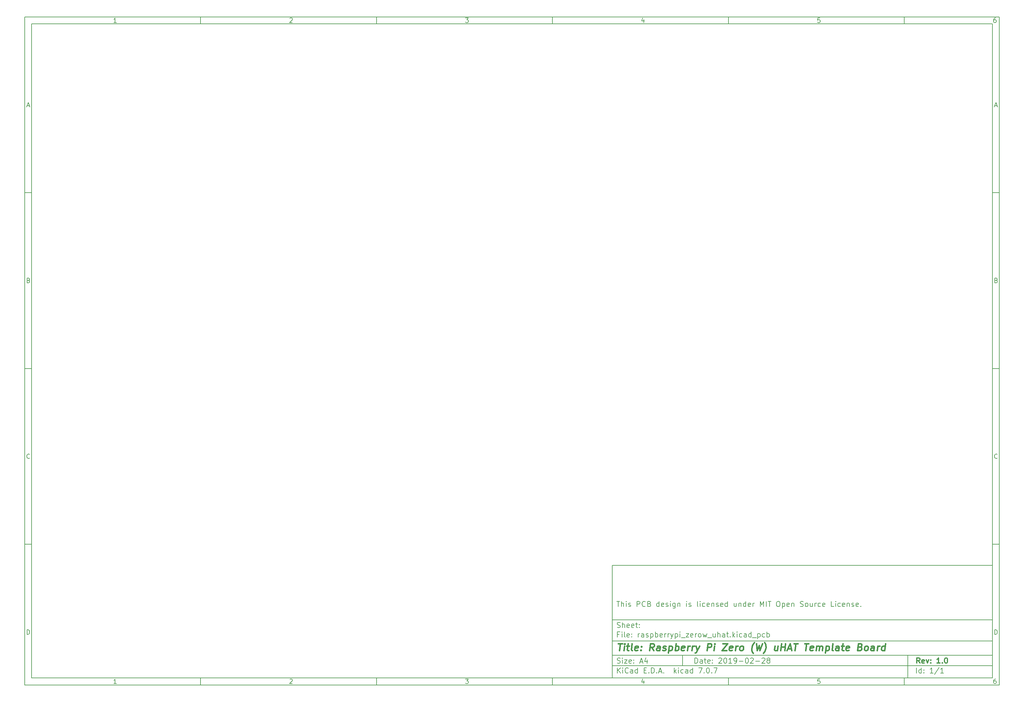
<source format=gbr>
G04 #@! TF.GenerationSoftware,KiCad,Pcbnew,7.0.7*
G04 #@! TF.CreationDate,2024-04-04T13:45:20+09:00*
G04 #@! TF.ProjectId,raspberrypi_zerow_uhat,72617370-6265-4727-9279-70695f7a6572,1.0*
G04 #@! TF.SameCoordinates,Original*
G04 #@! TF.FileFunction,Paste,Bot*
G04 #@! TF.FilePolarity,Positive*
%FSLAX46Y46*%
G04 Gerber Fmt 4.6, Leading zero omitted, Abs format (unit mm)*
G04 Created by KiCad (PCBNEW 7.0.7) date 2024-04-04 13:45:20*
%MOMM*%
%LPD*%
G01*
G04 APERTURE LIST*
%ADD10C,0.100000*%
%ADD11C,0.150000*%
%ADD12C,0.300000*%
%ADD13C,0.400000*%
G04 APERTURE END LIST*
D10*
D11*
X177002200Y-166007200D02*
X285002200Y-166007200D01*
X285002200Y-198007200D01*
X177002200Y-198007200D01*
X177002200Y-166007200D01*
D10*
D11*
X10000000Y-10000000D02*
X287002200Y-10000000D01*
X287002200Y-200007200D01*
X10000000Y-200007200D01*
X10000000Y-10000000D01*
D10*
D11*
X12000000Y-12000000D02*
X285002200Y-12000000D01*
X285002200Y-198007200D01*
X12000000Y-198007200D01*
X12000000Y-12000000D01*
D10*
D11*
X60000000Y-12000000D02*
X60000000Y-10000000D01*
D10*
D11*
X110000000Y-12000000D02*
X110000000Y-10000000D01*
D10*
D11*
X160000000Y-12000000D02*
X160000000Y-10000000D01*
D10*
D11*
X210000000Y-12000000D02*
X210000000Y-10000000D01*
D10*
D11*
X260000000Y-12000000D02*
X260000000Y-10000000D01*
D10*
D11*
X36089160Y-11593604D02*
X35346303Y-11593604D01*
X35717731Y-11593604D02*
X35717731Y-10293604D01*
X35717731Y-10293604D02*
X35593922Y-10479319D01*
X35593922Y-10479319D02*
X35470112Y-10603128D01*
X35470112Y-10603128D02*
X35346303Y-10665033D01*
D10*
D11*
X85346303Y-10417414D02*
X85408207Y-10355509D01*
X85408207Y-10355509D02*
X85532017Y-10293604D01*
X85532017Y-10293604D02*
X85841541Y-10293604D01*
X85841541Y-10293604D02*
X85965350Y-10355509D01*
X85965350Y-10355509D02*
X86027255Y-10417414D01*
X86027255Y-10417414D02*
X86089160Y-10541223D01*
X86089160Y-10541223D02*
X86089160Y-10665033D01*
X86089160Y-10665033D02*
X86027255Y-10850747D01*
X86027255Y-10850747D02*
X85284398Y-11593604D01*
X85284398Y-11593604D02*
X86089160Y-11593604D01*
D10*
D11*
X135284398Y-10293604D02*
X136089160Y-10293604D01*
X136089160Y-10293604D02*
X135655826Y-10788842D01*
X135655826Y-10788842D02*
X135841541Y-10788842D01*
X135841541Y-10788842D02*
X135965350Y-10850747D01*
X135965350Y-10850747D02*
X136027255Y-10912652D01*
X136027255Y-10912652D02*
X136089160Y-11036461D01*
X136089160Y-11036461D02*
X136089160Y-11345985D01*
X136089160Y-11345985D02*
X136027255Y-11469795D01*
X136027255Y-11469795D02*
X135965350Y-11531700D01*
X135965350Y-11531700D02*
X135841541Y-11593604D01*
X135841541Y-11593604D02*
X135470112Y-11593604D01*
X135470112Y-11593604D02*
X135346303Y-11531700D01*
X135346303Y-11531700D02*
X135284398Y-11469795D01*
D10*
D11*
X185965350Y-10726938D02*
X185965350Y-11593604D01*
X185655826Y-10231700D02*
X185346303Y-11160271D01*
X185346303Y-11160271D02*
X186151064Y-11160271D01*
D10*
D11*
X236027255Y-10293604D02*
X235408207Y-10293604D01*
X235408207Y-10293604D02*
X235346303Y-10912652D01*
X235346303Y-10912652D02*
X235408207Y-10850747D01*
X235408207Y-10850747D02*
X235532017Y-10788842D01*
X235532017Y-10788842D02*
X235841541Y-10788842D01*
X235841541Y-10788842D02*
X235965350Y-10850747D01*
X235965350Y-10850747D02*
X236027255Y-10912652D01*
X236027255Y-10912652D02*
X236089160Y-11036461D01*
X236089160Y-11036461D02*
X236089160Y-11345985D01*
X236089160Y-11345985D02*
X236027255Y-11469795D01*
X236027255Y-11469795D02*
X235965350Y-11531700D01*
X235965350Y-11531700D02*
X235841541Y-11593604D01*
X235841541Y-11593604D02*
X235532017Y-11593604D01*
X235532017Y-11593604D02*
X235408207Y-11531700D01*
X235408207Y-11531700D02*
X235346303Y-11469795D01*
D10*
D11*
X285965350Y-10293604D02*
X285717731Y-10293604D01*
X285717731Y-10293604D02*
X285593922Y-10355509D01*
X285593922Y-10355509D02*
X285532017Y-10417414D01*
X285532017Y-10417414D02*
X285408207Y-10603128D01*
X285408207Y-10603128D02*
X285346303Y-10850747D01*
X285346303Y-10850747D02*
X285346303Y-11345985D01*
X285346303Y-11345985D02*
X285408207Y-11469795D01*
X285408207Y-11469795D02*
X285470112Y-11531700D01*
X285470112Y-11531700D02*
X285593922Y-11593604D01*
X285593922Y-11593604D02*
X285841541Y-11593604D01*
X285841541Y-11593604D02*
X285965350Y-11531700D01*
X285965350Y-11531700D02*
X286027255Y-11469795D01*
X286027255Y-11469795D02*
X286089160Y-11345985D01*
X286089160Y-11345985D02*
X286089160Y-11036461D01*
X286089160Y-11036461D02*
X286027255Y-10912652D01*
X286027255Y-10912652D02*
X285965350Y-10850747D01*
X285965350Y-10850747D02*
X285841541Y-10788842D01*
X285841541Y-10788842D02*
X285593922Y-10788842D01*
X285593922Y-10788842D02*
X285470112Y-10850747D01*
X285470112Y-10850747D02*
X285408207Y-10912652D01*
X285408207Y-10912652D02*
X285346303Y-11036461D01*
D10*
D11*
X60000000Y-198007200D02*
X60000000Y-200007200D01*
D10*
D11*
X110000000Y-198007200D02*
X110000000Y-200007200D01*
D10*
D11*
X160000000Y-198007200D02*
X160000000Y-200007200D01*
D10*
D11*
X210000000Y-198007200D02*
X210000000Y-200007200D01*
D10*
D11*
X260000000Y-198007200D02*
X260000000Y-200007200D01*
D10*
D11*
X36089160Y-199600804D02*
X35346303Y-199600804D01*
X35717731Y-199600804D02*
X35717731Y-198300804D01*
X35717731Y-198300804D02*
X35593922Y-198486519D01*
X35593922Y-198486519D02*
X35470112Y-198610328D01*
X35470112Y-198610328D02*
X35346303Y-198672233D01*
D10*
D11*
X85346303Y-198424614D02*
X85408207Y-198362709D01*
X85408207Y-198362709D02*
X85532017Y-198300804D01*
X85532017Y-198300804D02*
X85841541Y-198300804D01*
X85841541Y-198300804D02*
X85965350Y-198362709D01*
X85965350Y-198362709D02*
X86027255Y-198424614D01*
X86027255Y-198424614D02*
X86089160Y-198548423D01*
X86089160Y-198548423D02*
X86089160Y-198672233D01*
X86089160Y-198672233D02*
X86027255Y-198857947D01*
X86027255Y-198857947D02*
X85284398Y-199600804D01*
X85284398Y-199600804D02*
X86089160Y-199600804D01*
D10*
D11*
X135284398Y-198300804D02*
X136089160Y-198300804D01*
X136089160Y-198300804D02*
X135655826Y-198796042D01*
X135655826Y-198796042D02*
X135841541Y-198796042D01*
X135841541Y-198796042D02*
X135965350Y-198857947D01*
X135965350Y-198857947D02*
X136027255Y-198919852D01*
X136027255Y-198919852D02*
X136089160Y-199043661D01*
X136089160Y-199043661D02*
X136089160Y-199353185D01*
X136089160Y-199353185D02*
X136027255Y-199476995D01*
X136027255Y-199476995D02*
X135965350Y-199538900D01*
X135965350Y-199538900D02*
X135841541Y-199600804D01*
X135841541Y-199600804D02*
X135470112Y-199600804D01*
X135470112Y-199600804D02*
X135346303Y-199538900D01*
X135346303Y-199538900D02*
X135284398Y-199476995D01*
D10*
D11*
X185965350Y-198734138D02*
X185965350Y-199600804D01*
X185655826Y-198238900D02*
X185346303Y-199167471D01*
X185346303Y-199167471D02*
X186151064Y-199167471D01*
D10*
D11*
X236027255Y-198300804D02*
X235408207Y-198300804D01*
X235408207Y-198300804D02*
X235346303Y-198919852D01*
X235346303Y-198919852D02*
X235408207Y-198857947D01*
X235408207Y-198857947D02*
X235532017Y-198796042D01*
X235532017Y-198796042D02*
X235841541Y-198796042D01*
X235841541Y-198796042D02*
X235965350Y-198857947D01*
X235965350Y-198857947D02*
X236027255Y-198919852D01*
X236027255Y-198919852D02*
X236089160Y-199043661D01*
X236089160Y-199043661D02*
X236089160Y-199353185D01*
X236089160Y-199353185D02*
X236027255Y-199476995D01*
X236027255Y-199476995D02*
X235965350Y-199538900D01*
X235965350Y-199538900D02*
X235841541Y-199600804D01*
X235841541Y-199600804D02*
X235532017Y-199600804D01*
X235532017Y-199600804D02*
X235408207Y-199538900D01*
X235408207Y-199538900D02*
X235346303Y-199476995D01*
D10*
D11*
X285965350Y-198300804D02*
X285717731Y-198300804D01*
X285717731Y-198300804D02*
X285593922Y-198362709D01*
X285593922Y-198362709D02*
X285532017Y-198424614D01*
X285532017Y-198424614D02*
X285408207Y-198610328D01*
X285408207Y-198610328D02*
X285346303Y-198857947D01*
X285346303Y-198857947D02*
X285346303Y-199353185D01*
X285346303Y-199353185D02*
X285408207Y-199476995D01*
X285408207Y-199476995D02*
X285470112Y-199538900D01*
X285470112Y-199538900D02*
X285593922Y-199600804D01*
X285593922Y-199600804D02*
X285841541Y-199600804D01*
X285841541Y-199600804D02*
X285965350Y-199538900D01*
X285965350Y-199538900D02*
X286027255Y-199476995D01*
X286027255Y-199476995D02*
X286089160Y-199353185D01*
X286089160Y-199353185D02*
X286089160Y-199043661D01*
X286089160Y-199043661D02*
X286027255Y-198919852D01*
X286027255Y-198919852D02*
X285965350Y-198857947D01*
X285965350Y-198857947D02*
X285841541Y-198796042D01*
X285841541Y-198796042D02*
X285593922Y-198796042D01*
X285593922Y-198796042D02*
X285470112Y-198857947D01*
X285470112Y-198857947D02*
X285408207Y-198919852D01*
X285408207Y-198919852D02*
X285346303Y-199043661D01*
D10*
D11*
X10000000Y-60000000D02*
X12000000Y-60000000D01*
D10*
D11*
X10000000Y-110000000D02*
X12000000Y-110000000D01*
D10*
D11*
X10000000Y-160000000D02*
X12000000Y-160000000D01*
D10*
D11*
X10690476Y-35222176D02*
X11309523Y-35222176D01*
X10566666Y-35593604D02*
X10999999Y-34293604D01*
X10999999Y-34293604D02*
X11433333Y-35593604D01*
D10*
D11*
X11092857Y-84912652D02*
X11278571Y-84974557D01*
X11278571Y-84974557D02*
X11340476Y-85036461D01*
X11340476Y-85036461D02*
X11402380Y-85160271D01*
X11402380Y-85160271D02*
X11402380Y-85345985D01*
X11402380Y-85345985D02*
X11340476Y-85469795D01*
X11340476Y-85469795D02*
X11278571Y-85531700D01*
X11278571Y-85531700D02*
X11154761Y-85593604D01*
X11154761Y-85593604D02*
X10659523Y-85593604D01*
X10659523Y-85593604D02*
X10659523Y-84293604D01*
X10659523Y-84293604D02*
X11092857Y-84293604D01*
X11092857Y-84293604D02*
X11216666Y-84355509D01*
X11216666Y-84355509D02*
X11278571Y-84417414D01*
X11278571Y-84417414D02*
X11340476Y-84541223D01*
X11340476Y-84541223D02*
X11340476Y-84665033D01*
X11340476Y-84665033D02*
X11278571Y-84788842D01*
X11278571Y-84788842D02*
X11216666Y-84850747D01*
X11216666Y-84850747D02*
X11092857Y-84912652D01*
X11092857Y-84912652D02*
X10659523Y-84912652D01*
D10*
D11*
X11402380Y-135469795D02*
X11340476Y-135531700D01*
X11340476Y-135531700D02*
X11154761Y-135593604D01*
X11154761Y-135593604D02*
X11030952Y-135593604D01*
X11030952Y-135593604D02*
X10845238Y-135531700D01*
X10845238Y-135531700D02*
X10721428Y-135407890D01*
X10721428Y-135407890D02*
X10659523Y-135284080D01*
X10659523Y-135284080D02*
X10597619Y-135036461D01*
X10597619Y-135036461D02*
X10597619Y-134850747D01*
X10597619Y-134850747D02*
X10659523Y-134603128D01*
X10659523Y-134603128D02*
X10721428Y-134479319D01*
X10721428Y-134479319D02*
X10845238Y-134355509D01*
X10845238Y-134355509D02*
X11030952Y-134293604D01*
X11030952Y-134293604D02*
X11154761Y-134293604D01*
X11154761Y-134293604D02*
X11340476Y-134355509D01*
X11340476Y-134355509D02*
X11402380Y-134417414D01*
D10*
D11*
X10659523Y-185593604D02*
X10659523Y-184293604D01*
X10659523Y-184293604D02*
X10969047Y-184293604D01*
X10969047Y-184293604D02*
X11154761Y-184355509D01*
X11154761Y-184355509D02*
X11278571Y-184479319D01*
X11278571Y-184479319D02*
X11340476Y-184603128D01*
X11340476Y-184603128D02*
X11402380Y-184850747D01*
X11402380Y-184850747D02*
X11402380Y-185036461D01*
X11402380Y-185036461D02*
X11340476Y-185284080D01*
X11340476Y-185284080D02*
X11278571Y-185407890D01*
X11278571Y-185407890D02*
X11154761Y-185531700D01*
X11154761Y-185531700D02*
X10969047Y-185593604D01*
X10969047Y-185593604D02*
X10659523Y-185593604D01*
D10*
D11*
X287002200Y-60000000D02*
X285002200Y-60000000D01*
D10*
D11*
X287002200Y-110000000D02*
X285002200Y-110000000D01*
D10*
D11*
X287002200Y-160000000D02*
X285002200Y-160000000D01*
D10*
D11*
X285692676Y-35222176D02*
X286311723Y-35222176D01*
X285568866Y-35593604D02*
X286002199Y-34293604D01*
X286002199Y-34293604D02*
X286435533Y-35593604D01*
D10*
D11*
X286095057Y-84912652D02*
X286280771Y-84974557D01*
X286280771Y-84974557D02*
X286342676Y-85036461D01*
X286342676Y-85036461D02*
X286404580Y-85160271D01*
X286404580Y-85160271D02*
X286404580Y-85345985D01*
X286404580Y-85345985D02*
X286342676Y-85469795D01*
X286342676Y-85469795D02*
X286280771Y-85531700D01*
X286280771Y-85531700D02*
X286156961Y-85593604D01*
X286156961Y-85593604D02*
X285661723Y-85593604D01*
X285661723Y-85593604D02*
X285661723Y-84293604D01*
X285661723Y-84293604D02*
X286095057Y-84293604D01*
X286095057Y-84293604D02*
X286218866Y-84355509D01*
X286218866Y-84355509D02*
X286280771Y-84417414D01*
X286280771Y-84417414D02*
X286342676Y-84541223D01*
X286342676Y-84541223D02*
X286342676Y-84665033D01*
X286342676Y-84665033D02*
X286280771Y-84788842D01*
X286280771Y-84788842D02*
X286218866Y-84850747D01*
X286218866Y-84850747D02*
X286095057Y-84912652D01*
X286095057Y-84912652D02*
X285661723Y-84912652D01*
D10*
D11*
X286404580Y-135469795D02*
X286342676Y-135531700D01*
X286342676Y-135531700D02*
X286156961Y-135593604D01*
X286156961Y-135593604D02*
X286033152Y-135593604D01*
X286033152Y-135593604D02*
X285847438Y-135531700D01*
X285847438Y-135531700D02*
X285723628Y-135407890D01*
X285723628Y-135407890D02*
X285661723Y-135284080D01*
X285661723Y-135284080D02*
X285599819Y-135036461D01*
X285599819Y-135036461D02*
X285599819Y-134850747D01*
X285599819Y-134850747D02*
X285661723Y-134603128D01*
X285661723Y-134603128D02*
X285723628Y-134479319D01*
X285723628Y-134479319D02*
X285847438Y-134355509D01*
X285847438Y-134355509D02*
X286033152Y-134293604D01*
X286033152Y-134293604D02*
X286156961Y-134293604D01*
X286156961Y-134293604D02*
X286342676Y-134355509D01*
X286342676Y-134355509D02*
X286404580Y-134417414D01*
D10*
D11*
X285661723Y-185593604D02*
X285661723Y-184293604D01*
X285661723Y-184293604D02*
X285971247Y-184293604D01*
X285971247Y-184293604D02*
X286156961Y-184355509D01*
X286156961Y-184355509D02*
X286280771Y-184479319D01*
X286280771Y-184479319D02*
X286342676Y-184603128D01*
X286342676Y-184603128D02*
X286404580Y-184850747D01*
X286404580Y-184850747D02*
X286404580Y-185036461D01*
X286404580Y-185036461D02*
X286342676Y-185284080D01*
X286342676Y-185284080D02*
X286280771Y-185407890D01*
X286280771Y-185407890D02*
X286156961Y-185531700D01*
X286156961Y-185531700D02*
X285971247Y-185593604D01*
X285971247Y-185593604D02*
X285661723Y-185593604D01*
D10*
D11*
X200458026Y-193793328D02*
X200458026Y-192293328D01*
X200458026Y-192293328D02*
X200815169Y-192293328D01*
X200815169Y-192293328D02*
X201029455Y-192364757D01*
X201029455Y-192364757D02*
X201172312Y-192507614D01*
X201172312Y-192507614D02*
X201243741Y-192650471D01*
X201243741Y-192650471D02*
X201315169Y-192936185D01*
X201315169Y-192936185D02*
X201315169Y-193150471D01*
X201315169Y-193150471D02*
X201243741Y-193436185D01*
X201243741Y-193436185D02*
X201172312Y-193579042D01*
X201172312Y-193579042D02*
X201029455Y-193721900D01*
X201029455Y-193721900D02*
X200815169Y-193793328D01*
X200815169Y-193793328D02*
X200458026Y-193793328D01*
X202600884Y-193793328D02*
X202600884Y-193007614D01*
X202600884Y-193007614D02*
X202529455Y-192864757D01*
X202529455Y-192864757D02*
X202386598Y-192793328D01*
X202386598Y-192793328D02*
X202100884Y-192793328D01*
X202100884Y-192793328D02*
X201958026Y-192864757D01*
X202600884Y-193721900D02*
X202458026Y-193793328D01*
X202458026Y-193793328D02*
X202100884Y-193793328D01*
X202100884Y-193793328D02*
X201958026Y-193721900D01*
X201958026Y-193721900D02*
X201886598Y-193579042D01*
X201886598Y-193579042D02*
X201886598Y-193436185D01*
X201886598Y-193436185D02*
X201958026Y-193293328D01*
X201958026Y-193293328D02*
X202100884Y-193221900D01*
X202100884Y-193221900D02*
X202458026Y-193221900D01*
X202458026Y-193221900D02*
X202600884Y-193150471D01*
X203100884Y-192793328D02*
X203672312Y-192793328D01*
X203315169Y-192293328D02*
X203315169Y-193579042D01*
X203315169Y-193579042D02*
X203386598Y-193721900D01*
X203386598Y-193721900D02*
X203529455Y-193793328D01*
X203529455Y-193793328D02*
X203672312Y-193793328D01*
X204743741Y-193721900D02*
X204600884Y-193793328D01*
X204600884Y-193793328D02*
X204315170Y-193793328D01*
X204315170Y-193793328D02*
X204172312Y-193721900D01*
X204172312Y-193721900D02*
X204100884Y-193579042D01*
X204100884Y-193579042D02*
X204100884Y-193007614D01*
X204100884Y-193007614D02*
X204172312Y-192864757D01*
X204172312Y-192864757D02*
X204315170Y-192793328D01*
X204315170Y-192793328D02*
X204600884Y-192793328D01*
X204600884Y-192793328D02*
X204743741Y-192864757D01*
X204743741Y-192864757D02*
X204815170Y-193007614D01*
X204815170Y-193007614D02*
X204815170Y-193150471D01*
X204815170Y-193150471D02*
X204100884Y-193293328D01*
X205458026Y-193650471D02*
X205529455Y-193721900D01*
X205529455Y-193721900D02*
X205458026Y-193793328D01*
X205458026Y-193793328D02*
X205386598Y-193721900D01*
X205386598Y-193721900D02*
X205458026Y-193650471D01*
X205458026Y-193650471D02*
X205458026Y-193793328D01*
X205458026Y-192864757D02*
X205529455Y-192936185D01*
X205529455Y-192936185D02*
X205458026Y-193007614D01*
X205458026Y-193007614D02*
X205386598Y-192936185D01*
X205386598Y-192936185D02*
X205458026Y-192864757D01*
X205458026Y-192864757D02*
X205458026Y-193007614D01*
X207243741Y-192436185D02*
X207315169Y-192364757D01*
X207315169Y-192364757D02*
X207458027Y-192293328D01*
X207458027Y-192293328D02*
X207815169Y-192293328D01*
X207815169Y-192293328D02*
X207958027Y-192364757D01*
X207958027Y-192364757D02*
X208029455Y-192436185D01*
X208029455Y-192436185D02*
X208100884Y-192579042D01*
X208100884Y-192579042D02*
X208100884Y-192721900D01*
X208100884Y-192721900D02*
X208029455Y-192936185D01*
X208029455Y-192936185D02*
X207172312Y-193793328D01*
X207172312Y-193793328D02*
X208100884Y-193793328D01*
X209029455Y-192293328D02*
X209172312Y-192293328D01*
X209172312Y-192293328D02*
X209315169Y-192364757D01*
X209315169Y-192364757D02*
X209386598Y-192436185D01*
X209386598Y-192436185D02*
X209458026Y-192579042D01*
X209458026Y-192579042D02*
X209529455Y-192864757D01*
X209529455Y-192864757D02*
X209529455Y-193221900D01*
X209529455Y-193221900D02*
X209458026Y-193507614D01*
X209458026Y-193507614D02*
X209386598Y-193650471D01*
X209386598Y-193650471D02*
X209315169Y-193721900D01*
X209315169Y-193721900D02*
X209172312Y-193793328D01*
X209172312Y-193793328D02*
X209029455Y-193793328D01*
X209029455Y-193793328D02*
X208886598Y-193721900D01*
X208886598Y-193721900D02*
X208815169Y-193650471D01*
X208815169Y-193650471D02*
X208743740Y-193507614D01*
X208743740Y-193507614D02*
X208672312Y-193221900D01*
X208672312Y-193221900D02*
X208672312Y-192864757D01*
X208672312Y-192864757D02*
X208743740Y-192579042D01*
X208743740Y-192579042D02*
X208815169Y-192436185D01*
X208815169Y-192436185D02*
X208886598Y-192364757D01*
X208886598Y-192364757D02*
X209029455Y-192293328D01*
X210958026Y-193793328D02*
X210100883Y-193793328D01*
X210529454Y-193793328D02*
X210529454Y-192293328D01*
X210529454Y-192293328D02*
X210386597Y-192507614D01*
X210386597Y-192507614D02*
X210243740Y-192650471D01*
X210243740Y-192650471D02*
X210100883Y-192721900D01*
X211672311Y-193793328D02*
X211958025Y-193793328D01*
X211958025Y-193793328D02*
X212100882Y-193721900D01*
X212100882Y-193721900D02*
X212172311Y-193650471D01*
X212172311Y-193650471D02*
X212315168Y-193436185D01*
X212315168Y-193436185D02*
X212386597Y-193150471D01*
X212386597Y-193150471D02*
X212386597Y-192579042D01*
X212386597Y-192579042D02*
X212315168Y-192436185D01*
X212315168Y-192436185D02*
X212243740Y-192364757D01*
X212243740Y-192364757D02*
X212100882Y-192293328D01*
X212100882Y-192293328D02*
X211815168Y-192293328D01*
X211815168Y-192293328D02*
X211672311Y-192364757D01*
X211672311Y-192364757D02*
X211600882Y-192436185D01*
X211600882Y-192436185D02*
X211529454Y-192579042D01*
X211529454Y-192579042D02*
X211529454Y-192936185D01*
X211529454Y-192936185D02*
X211600882Y-193079042D01*
X211600882Y-193079042D02*
X211672311Y-193150471D01*
X211672311Y-193150471D02*
X211815168Y-193221900D01*
X211815168Y-193221900D02*
X212100882Y-193221900D01*
X212100882Y-193221900D02*
X212243740Y-193150471D01*
X212243740Y-193150471D02*
X212315168Y-193079042D01*
X212315168Y-193079042D02*
X212386597Y-192936185D01*
X213029453Y-193221900D02*
X214172311Y-193221900D01*
X215172311Y-192293328D02*
X215315168Y-192293328D01*
X215315168Y-192293328D02*
X215458025Y-192364757D01*
X215458025Y-192364757D02*
X215529454Y-192436185D01*
X215529454Y-192436185D02*
X215600882Y-192579042D01*
X215600882Y-192579042D02*
X215672311Y-192864757D01*
X215672311Y-192864757D02*
X215672311Y-193221900D01*
X215672311Y-193221900D02*
X215600882Y-193507614D01*
X215600882Y-193507614D02*
X215529454Y-193650471D01*
X215529454Y-193650471D02*
X215458025Y-193721900D01*
X215458025Y-193721900D02*
X215315168Y-193793328D01*
X215315168Y-193793328D02*
X215172311Y-193793328D01*
X215172311Y-193793328D02*
X215029454Y-193721900D01*
X215029454Y-193721900D02*
X214958025Y-193650471D01*
X214958025Y-193650471D02*
X214886596Y-193507614D01*
X214886596Y-193507614D02*
X214815168Y-193221900D01*
X214815168Y-193221900D02*
X214815168Y-192864757D01*
X214815168Y-192864757D02*
X214886596Y-192579042D01*
X214886596Y-192579042D02*
X214958025Y-192436185D01*
X214958025Y-192436185D02*
X215029454Y-192364757D01*
X215029454Y-192364757D02*
X215172311Y-192293328D01*
X216243739Y-192436185D02*
X216315167Y-192364757D01*
X216315167Y-192364757D02*
X216458025Y-192293328D01*
X216458025Y-192293328D02*
X216815167Y-192293328D01*
X216815167Y-192293328D02*
X216958025Y-192364757D01*
X216958025Y-192364757D02*
X217029453Y-192436185D01*
X217029453Y-192436185D02*
X217100882Y-192579042D01*
X217100882Y-192579042D02*
X217100882Y-192721900D01*
X217100882Y-192721900D02*
X217029453Y-192936185D01*
X217029453Y-192936185D02*
X216172310Y-193793328D01*
X216172310Y-193793328D02*
X217100882Y-193793328D01*
X217743738Y-193221900D02*
X218886596Y-193221900D01*
X219529453Y-192436185D02*
X219600881Y-192364757D01*
X219600881Y-192364757D02*
X219743739Y-192293328D01*
X219743739Y-192293328D02*
X220100881Y-192293328D01*
X220100881Y-192293328D02*
X220243739Y-192364757D01*
X220243739Y-192364757D02*
X220315167Y-192436185D01*
X220315167Y-192436185D02*
X220386596Y-192579042D01*
X220386596Y-192579042D02*
X220386596Y-192721900D01*
X220386596Y-192721900D02*
X220315167Y-192936185D01*
X220315167Y-192936185D02*
X219458024Y-193793328D01*
X219458024Y-193793328D02*
X220386596Y-193793328D01*
X221243738Y-192936185D02*
X221100881Y-192864757D01*
X221100881Y-192864757D02*
X221029452Y-192793328D01*
X221029452Y-192793328D02*
X220958024Y-192650471D01*
X220958024Y-192650471D02*
X220958024Y-192579042D01*
X220958024Y-192579042D02*
X221029452Y-192436185D01*
X221029452Y-192436185D02*
X221100881Y-192364757D01*
X221100881Y-192364757D02*
X221243738Y-192293328D01*
X221243738Y-192293328D02*
X221529452Y-192293328D01*
X221529452Y-192293328D02*
X221672310Y-192364757D01*
X221672310Y-192364757D02*
X221743738Y-192436185D01*
X221743738Y-192436185D02*
X221815167Y-192579042D01*
X221815167Y-192579042D02*
X221815167Y-192650471D01*
X221815167Y-192650471D02*
X221743738Y-192793328D01*
X221743738Y-192793328D02*
X221672310Y-192864757D01*
X221672310Y-192864757D02*
X221529452Y-192936185D01*
X221529452Y-192936185D02*
X221243738Y-192936185D01*
X221243738Y-192936185D02*
X221100881Y-193007614D01*
X221100881Y-193007614D02*
X221029452Y-193079042D01*
X221029452Y-193079042D02*
X220958024Y-193221900D01*
X220958024Y-193221900D02*
X220958024Y-193507614D01*
X220958024Y-193507614D02*
X221029452Y-193650471D01*
X221029452Y-193650471D02*
X221100881Y-193721900D01*
X221100881Y-193721900D02*
X221243738Y-193793328D01*
X221243738Y-193793328D02*
X221529452Y-193793328D01*
X221529452Y-193793328D02*
X221672310Y-193721900D01*
X221672310Y-193721900D02*
X221743738Y-193650471D01*
X221743738Y-193650471D02*
X221815167Y-193507614D01*
X221815167Y-193507614D02*
X221815167Y-193221900D01*
X221815167Y-193221900D02*
X221743738Y-193079042D01*
X221743738Y-193079042D02*
X221672310Y-193007614D01*
X221672310Y-193007614D02*
X221529452Y-192936185D01*
D10*
D11*
X177002200Y-194507200D02*
X285002200Y-194507200D01*
D10*
D11*
X178458026Y-196593328D02*
X178458026Y-195093328D01*
X179315169Y-196593328D02*
X178672312Y-195736185D01*
X179315169Y-195093328D02*
X178458026Y-195950471D01*
X179958026Y-196593328D02*
X179958026Y-195593328D01*
X179958026Y-195093328D02*
X179886598Y-195164757D01*
X179886598Y-195164757D02*
X179958026Y-195236185D01*
X179958026Y-195236185D02*
X180029455Y-195164757D01*
X180029455Y-195164757D02*
X179958026Y-195093328D01*
X179958026Y-195093328D02*
X179958026Y-195236185D01*
X181529455Y-196450471D02*
X181458027Y-196521900D01*
X181458027Y-196521900D02*
X181243741Y-196593328D01*
X181243741Y-196593328D02*
X181100884Y-196593328D01*
X181100884Y-196593328D02*
X180886598Y-196521900D01*
X180886598Y-196521900D02*
X180743741Y-196379042D01*
X180743741Y-196379042D02*
X180672312Y-196236185D01*
X180672312Y-196236185D02*
X180600884Y-195950471D01*
X180600884Y-195950471D02*
X180600884Y-195736185D01*
X180600884Y-195736185D02*
X180672312Y-195450471D01*
X180672312Y-195450471D02*
X180743741Y-195307614D01*
X180743741Y-195307614D02*
X180886598Y-195164757D01*
X180886598Y-195164757D02*
X181100884Y-195093328D01*
X181100884Y-195093328D02*
X181243741Y-195093328D01*
X181243741Y-195093328D02*
X181458027Y-195164757D01*
X181458027Y-195164757D02*
X181529455Y-195236185D01*
X182815170Y-196593328D02*
X182815170Y-195807614D01*
X182815170Y-195807614D02*
X182743741Y-195664757D01*
X182743741Y-195664757D02*
X182600884Y-195593328D01*
X182600884Y-195593328D02*
X182315170Y-195593328D01*
X182315170Y-195593328D02*
X182172312Y-195664757D01*
X182815170Y-196521900D02*
X182672312Y-196593328D01*
X182672312Y-196593328D02*
X182315170Y-196593328D01*
X182315170Y-196593328D02*
X182172312Y-196521900D01*
X182172312Y-196521900D02*
X182100884Y-196379042D01*
X182100884Y-196379042D02*
X182100884Y-196236185D01*
X182100884Y-196236185D02*
X182172312Y-196093328D01*
X182172312Y-196093328D02*
X182315170Y-196021900D01*
X182315170Y-196021900D02*
X182672312Y-196021900D01*
X182672312Y-196021900D02*
X182815170Y-195950471D01*
X184172313Y-196593328D02*
X184172313Y-195093328D01*
X184172313Y-196521900D02*
X184029455Y-196593328D01*
X184029455Y-196593328D02*
X183743741Y-196593328D01*
X183743741Y-196593328D02*
X183600884Y-196521900D01*
X183600884Y-196521900D02*
X183529455Y-196450471D01*
X183529455Y-196450471D02*
X183458027Y-196307614D01*
X183458027Y-196307614D02*
X183458027Y-195879042D01*
X183458027Y-195879042D02*
X183529455Y-195736185D01*
X183529455Y-195736185D02*
X183600884Y-195664757D01*
X183600884Y-195664757D02*
X183743741Y-195593328D01*
X183743741Y-195593328D02*
X184029455Y-195593328D01*
X184029455Y-195593328D02*
X184172313Y-195664757D01*
X186029455Y-195807614D02*
X186529455Y-195807614D01*
X186743741Y-196593328D02*
X186029455Y-196593328D01*
X186029455Y-196593328D02*
X186029455Y-195093328D01*
X186029455Y-195093328D02*
X186743741Y-195093328D01*
X187386598Y-196450471D02*
X187458027Y-196521900D01*
X187458027Y-196521900D02*
X187386598Y-196593328D01*
X187386598Y-196593328D02*
X187315170Y-196521900D01*
X187315170Y-196521900D02*
X187386598Y-196450471D01*
X187386598Y-196450471D02*
X187386598Y-196593328D01*
X188100884Y-196593328D02*
X188100884Y-195093328D01*
X188100884Y-195093328D02*
X188458027Y-195093328D01*
X188458027Y-195093328D02*
X188672313Y-195164757D01*
X188672313Y-195164757D02*
X188815170Y-195307614D01*
X188815170Y-195307614D02*
X188886599Y-195450471D01*
X188886599Y-195450471D02*
X188958027Y-195736185D01*
X188958027Y-195736185D02*
X188958027Y-195950471D01*
X188958027Y-195950471D02*
X188886599Y-196236185D01*
X188886599Y-196236185D02*
X188815170Y-196379042D01*
X188815170Y-196379042D02*
X188672313Y-196521900D01*
X188672313Y-196521900D02*
X188458027Y-196593328D01*
X188458027Y-196593328D02*
X188100884Y-196593328D01*
X189600884Y-196450471D02*
X189672313Y-196521900D01*
X189672313Y-196521900D02*
X189600884Y-196593328D01*
X189600884Y-196593328D02*
X189529456Y-196521900D01*
X189529456Y-196521900D02*
X189600884Y-196450471D01*
X189600884Y-196450471D02*
X189600884Y-196593328D01*
X190243742Y-196164757D02*
X190958028Y-196164757D01*
X190100885Y-196593328D02*
X190600885Y-195093328D01*
X190600885Y-195093328D02*
X191100885Y-196593328D01*
X191600884Y-196450471D02*
X191672313Y-196521900D01*
X191672313Y-196521900D02*
X191600884Y-196593328D01*
X191600884Y-196593328D02*
X191529456Y-196521900D01*
X191529456Y-196521900D02*
X191600884Y-196450471D01*
X191600884Y-196450471D02*
X191600884Y-196593328D01*
X194600884Y-196593328D02*
X194600884Y-195093328D01*
X194743742Y-196021900D02*
X195172313Y-196593328D01*
X195172313Y-195593328D02*
X194600884Y-196164757D01*
X195815170Y-196593328D02*
X195815170Y-195593328D01*
X195815170Y-195093328D02*
X195743742Y-195164757D01*
X195743742Y-195164757D02*
X195815170Y-195236185D01*
X195815170Y-195236185D02*
X195886599Y-195164757D01*
X195886599Y-195164757D02*
X195815170Y-195093328D01*
X195815170Y-195093328D02*
X195815170Y-195236185D01*
X197172314Y-196521900D02*
X197029456Y-196593328D01*
X197029456Y-196593328D02*
X196743742Y-196593328D01*
X196743742Y-196593328D02*
X196600885Y-196521900D01*
X196600885Y-196521900D02*
X196529456Y-196450471D01*
X196529456Y-196450471D02*
X196458028Y-196307614D01*
X196458028Y-196307614D02*
X196458028Y-195879042D01*
X196458028Y-195879042D02*
X196529456Y-195736185D01*
X196529456Y-195736185D02*
X196600885Y-195664757D01*
X196600885Y-195664757D02*
X196743742Y-195593328D01*
X196743742Y-195593328D02*
X197029456Y-195593328D01*
X197029456Y-195593328D02*
X197172314Y-195664757D01*
X198458028Y-196593328D02*
X198458028Y-195807614D01*
X198458028Y-195807614D02*
X198386599Y-195664757D01*
X198386599Y-195664757D02*
X198243742Y-195593328D01*
X198243742Y-195593328D02*
X197958028Y-195593328D01*
X197958028Y-195593328D02*
X197815170Y-195664757D01*
X198458028Y-196521900D02*
X198315170Y-196593328D01*
X198315170Y-196593328D02*
X197958028Y-196593328D01*
X197958028Y-196593328D02*
X197815170Y-196521900D01*
X197815170Y-196521900D02*
X197743742Y-196379042D01*
X197743742Y-196379042D02*
X197743742Y-196236185D01*
X197743742Y-196236185D02*
X197815170Y-196093328D01*
X197815170Y-196093328D02*
X197958028Y-196021900D01*
X197958028Y-196021900D02*
X198315170Y-196021900D01*
X198315170Y-196021900D02*
X198458028Y-195950471D01*
X199815171Y-196593328D02*
X199815171Y-195093328D01*
X199815171Y-196521900D02*
X199672313Y-196593328D01*
X199672313Y-196593328D02*
X199386599Y-196593328D01*
X199386599Y-196593328D02*
X199243742Y-196521900D01*
X199243742Y-196521900D02*
X199172313Y-196450471D01*
X199172313Y-196450471D02*
X199100885Y-196307614D01*
X199100885Y-196307614D02*
X199100885Y-195879042D01*
X199100885Y-195879042D02*
X199172313Y-195736185D01*
X199172313Y-195736185D02*
X199243742Y-195664757D01*
X199243742Y-195664757D02*
X199386599Y-195593328D01*
X199386599Y-195593328D02*
X199672313Y-195593328D01*
X199672313Y-195593328D02*
X199815171Y-195664757D01*
X201529456Y-195093328D02*
X202529456Y-195093328D01*
X202529456Y-195093328D02*
X201886599Y-196593328D01*
X203100884Y-196450471D02*
X203172313Y-196521900D01*
X203172313Y-196521900D02*
X203100884Y-196593328D01*
X203100884Y-196593328D02*
X203029456Y-196521900D01*
X203029456Y-196521900D02*
X203100884Y-196450471D01*
X203100884Y-196450471D02*
X203100884Y-196593328D01*
X204100885Y-195093328D02*
X204243742Y-195093328D01*
X204243742Y-195093328D02*
X204386599Y-195164757D01*
X204386599Y-195164757D02*
X204458028Y-195236185D01*
X204458028Y-195236185D02*
X204529456Y-195379042D01*
X204529456Y-195379042D02*
X204600885Y-195664757D01*
X204600885Y-195664757D02*
X204600885Y-196021900D01*
X204600885Y-196021900D02*
X204529456Y-196307614D01*
X204529456Y-196307614D02*
X204458028Y-196450471D01*
X204458028Y-196450471D02*
X204386599Y-196521900D01*
X204386599Y-196521900D02*
X204243742Y-196593328D01*
X204243742Y-196593328D02*
X204100885Y-196593328D01*
X204100885Y-196593328D02*
X203958028Y-196521900D01*
X203958028Y-196521900D02*
X203886599Y-196450471D01*
X203886599Y-196450471D02*
X203815170Y-196307614D01*
X203815170Y-196307614D02*
X203743742Y-196021900D01*
X203743742Y-196021900D02*
X203743742Y-195664757D01*
X203743742Y-195664757D02*
X203815170Y-195379042D01*
X203815170Y-195379042D02*
X203886599Y-195236185D01*
X203886599Y-195236185D02*
X203958028Y-195164757D01*
X203958028Y-195164757D02*
X204100885Y-195093328D01*
X205243741Y-196450471D02*
X205315170Y-196521900D01*
X205315170Y-196521900D02*
X205243741Y-196593328D01*
X205243741Y-196593328D02*
X205172313Y-196521900D01*
X205172313Y-196521900D02*
X205243741Y-196450471D01*
X205243741Y-196450471D02*
X205243741Y-196593328D01*
X205815170Y-195093328D02*
X206815170Y-195093328D01*
X206815170Y-195093328D02*
X206172313Y-196593328D01*
D10*
D11*
X177002200Y-191507200D02*
X285002200Y-191507200D01*
D10*
D12*
X264413853Y-193785528D02*
X263913853Y-193071242D01*
X263556710Y-193785528D02*
X263556710Y-192285528D01*
X263556710Y-192285528D02*
X264128139Y-192285528D01*
X264128139Y-192285528D02*
X264270996Y-192356957D01*
X264270996Y-192356957D02*
X264342425Y-192428385D01*
X264342425Y-192428385D02*
X264413853Y-192571242D01*
X264413853Y-192571242D02*
X264413853Y-192785528D01*
X264413853Y-192785528D02*
X264342425Y-192928385D01*
X264342425Y-192928385D02*
X264270996Y-192999814D01*
X264270996Y-192999814D02*
X264128139Y-193071242D01*
X264128139Y-193071242D02*
X263556710Y-193071242D01*
X265628139Y-193714100D02*
X265485282Y-193785528D01*
X265485282Y-193785528D02*
X265199568Y-193785528D01*
X265199568Y-193785528D02*
X265056710Y-193714100D01*
X265056710Y-193714100D02*
X264985282Y-193571242D01*
X264985282Y-193571242D02*
X264985282Y-192999814D01*
X264985282Y-192999814D02*
X265056710Y-192856957D01*
X265056710Y-192856957D02*
X265199568Y-192785528D01*
X265199568Y-192785528D02*
X265485282Y-192785528D01*
X265485282Y-192785528D02*
X265628139Y-192856957D01*
X265628139Y-192856957D02*
X265699568Y-192999814D01*
X265699568Y-192999814D02*
X265699568Y-193142671D01*
X265699568Y-193142671D02*
X264985282Y-193285528D01*
X266199567Y-192785528D02*
X266556710Y-193785528D01*
X266556710Y-193785528D02*
X266913853Y-192785528D01*
X267485281Y-193642671D02*
X267556710Y-193714100D01*
X267556710Y-193714100D02*
X267485281Y-193785528D01*
X267485281Y-193785528D02*
X267413853Y-193714100D01*
X267413853Y-193714100D02*
X267485281Y-193642671D01*
X267485281Y-193642671D02*
X267485281Y-193785528D01*
X267485281Y-192856957D02*
X267556710Y-192928385D01*
X267556710Y-192928385D02*
X267485281Y-192999814D01*
X267485281Y-192999814D02*
X267413853Y-192928385D01*
X267413853Y-192928385D02*
X267485281Y-192856957D01*
X267485281Y-192856957D02*
X267485281Y-192999814D01*
X270128139Y-193785528D02*
X269270996Y-193785528D01*
X269699567Y-193785528D02*
X269699567Y-192285528D01*
X269699567Y-192285528D02*
X269556710Y-192499814D01*
X269556710Y-192499814D02*
X269413853Y-192642671D01*
X269413853Y-192642671D02*
X269270996Y-192714100D01*
X270770995Y-193642671D02*
X270842424Y-193714100D01*
X270842424Y-193714100D02*
X270770995Y-193785528D01*
X270770995Y-193785528D02*
X270699567Y-193714100D01*
X270699567Y-193714100D02*
X270770995Y-193642671D01*
X270770995Y-193642671D02*
X270770995Y-193785528D01*
X271770996Y-192285528D02*
X271913853Y-192285528D01*
X271913853Y-192285528D02*
X272056710Y-192356957D01*
X272056710Y-192356957D02*
X272128139Y-192428385D01*
X272128139Y-192428385D02*
X272199567Y-192571242D01*
X272199567Y-192571242D02*
X272270996Y-192856957D01*
X272270996Y-192856957D02*
X272270996Y-193214100D01*
X272270996Y-193214100D02*
X272199567Y-193499814D01*
X272199567Y-193499814D02*
X272128139Y-193642671D01*
X272128139Y-193642671D02*
X272056710Y-193714100D01*
X272056710Y-193714100D02*
X271913853Y-193785528D01*
X271913853Y-193785528D02*
X271770996Y-193785528D01*
X271770996Y-193785528D02*
X271628139Y-193714100D01*
X271628139Y-193714100D02*
X271556710Y-193642671D01*
X271556710Y-193642671D02*
X271485281Y-193499814D01*
X271485281Y-193499814D02*
X271413853Y-193214100D01*
X271413853Y-193214100D02*
X271413853Y-192856957D01*
X271413853Y-192856957D02*
X271485281Y-192571242D01*
X271485281Y-192571242D02*
X271556710Y-192428385D01*
X271556710Y-192428385D02*
X271628139Y-192356957D01*
X271628139Y-192356957D02*
X271770996Y-192285528D01*
D10*
D11*
X178386598Y-193721900D02*
X178600884Y-193793328D01*
X178600884Y-193793328D02*
X178958026Y-193793328D01*
X178958026Y-193793328D02*
X179100884Y-193721900D01*
X179100884Y-193721900D02*
X179172312Y-193650471D01*
X179172312Y-193650471D02*
X179243741Y-193507614D01*
X179243741Y-193507614D02*
X179243741Y-193364757D01*
X179243741Y-193364757D02*
X179172312Y-193221900D01*
X179172312Y-193221900D02*
X179100884Y-193150471D01*
X179100884Y-193150471D02*
X178958026Y-193079042D01*
X178958026Y-193079042D02*
X178672312Y-193007614D01*
X178672312Y-193007614D02*
X178529455Y-192936185D01*
X178529455Y-192936185D02*
X178458026Y-192864757D01*
X178458026Y-192864757D02*
X178386598Y-192721900D01*
X178386598Y-192721900D02*
X178386598Y-192579042D01*
X178386598Y-192579042D02*
X178458026Y-192436185D01*
X178458026Y-192436185D02*
X178529455Y-192364757D01*
X178529455Y-192364757D02*
X178672312Y-192293328D01*
X178672312Y-192293328D02*
X179029455Y-192293328D01*
X179029455Y-192293328D02*
X179243741Y-192364757D01*
X179886597Y-193793328D02*
X179886597Y-192793328D01*
X179886597Y-192293328D02*
X179815169Y-192364757D01*
X179815169Y-192364757D02*
X179886597Y-192436185D01*
X179886597Y-192436185D02*
X179958026Y-192364757D01*
X179958026Y-192364757D02*
X179886597Y-192293328D01*
X179886597Y-192293328D02*
X179886597Y-192436185D01*
X180458026Y-192793328D02*
X181243741Y-192793328D01*
X181243741Y-192793328D02*
X180458026Y-193793328D01*
X180458026Y-193793328D02*
X181243741Y-193793328D01*
X182386598Y-193721900D02*
X182243741Y-193793328D01*
X182243741Y-193793328D02*
X181958027Y-193793328D01*
X181958027Y-193793328D02*
X181815169Y-193721900D01*
X181815169Y-193721900D02*
X181743741Y-193579042D01*
X181743741Y-193579042D02*
X181743741Y-193007614D01*
X181743741Y-193007614D02*
X181815169Y-192864757D01*
X181815169Y-192864757D02*
X181958027Y-192793328D01*
X181958027Y-192793328D02*
X182243741Y-192793328D01*
X182243741Y-192793328D02*
X182386598Y-192864757D01*
X182386598Y-192864757D02*
X182458027Y-193007614D01*
X182458027Y-193007614D02*
X182458027Y-193150471D01*
X182458027Y-193150471D02*
X181743741Y-193293328D01*
X183100883Y-193650471D02*
X183172312Y-193721900D01*
X183172312Y-193721900D02*
X183100883Y-193793328D01*
X183100883Y-193793328D02*
X183029455Y-193721900D01*
X183029455Y-193721900D02*
X183100883Y-193650471D01*
X183100883Y-193650471D02*
X183100883Y-193793328D01*
X183100883Y-192864757D02*
X183172312Y-192936185D01*
X183172312Y-192936185D02*
X183100883Y-193007614D01*
X183100883Y-193007614D02*
X183029455Y-192936185D01*
X183029455Y-192936185D02*
X183100883Y-192864757D01*
X183100883Y-192864757D02*
X183100883Y-193007614D01*
X184886598Y-193364757D02*
X185600884Y-193364757D01*
X184743741Y-193793328D02*
X185243741Y-192293328D01*
X185243741Y-192293328D02*
X185743741Y-193793328D01*
X186886598Y-192793328D02*
X186886598Y-193793328D01*
X186529455Y-192221900D02*
X186172312Y-193293328D01*
X186172312Y-193293328D02*
X187100883Y-193293328D01*
D10*
D11*
X263458026Y-196593328D02*
X263458026Y-195093328D01*
X264815170Y-196593328D02*
X264815170Y-195093328D01*
X264815170Y-196521900D02*
X264672312Y-196593328D01*
X264672312Y-196593328D02*
X264386598Y-196593328D01*
X264386598Y-196593328D02*
X264243741Y-196521900D01*
X264243741Y-196521900D02*
X264172312Y-196450471D01*
X264172312Y-196450471D02*
X264100884Y-196307614D01*
X264100884Y-196307614D02*
X264100884Y-195879042D01*
X264100884Y-195879042D02*
X264172312Y-195736185D01*
X264172312Y-195736185D02*
X264243741Y-195664757D01*
X264243741Y-195664757D02*
X264386598Y-195593328D01*
X264386598Y-195593328D02*
X264672312Y-195593328D01*
X264672312Y-195593328D02*
X264815170Y-195664757D01*
X265529455Y-196450471D02*
X265600884Y-196521900D01*
X265600884Y-196521900D02*
X265529455Y-196593328D01*
X265529455Y-196593328D02*
X265458027Y-196521900D01*
X265458027Y-196521900D02*
X265529455Y-196450471D01*
X265529455Y-196450471D02*
X265529455Y-196593328D01*
X265529455Y-195664757D02*
X265600884Y-195736185D01*
X265600884Y-195736185D02*
X265529455Y-195807614D01*
X265529455Y-195807614D02*
X265458027Y-195736185D01*
X265458027Y-195736185D02*
X265529455Y-195664757D01*
X265529455Y-195664757D02*
X265529455Y-195807614D01*
X268172313Y-196593328D02*
X267315170Y-196593328D01*
X267743741Y-196593328D02*
X267743741Y-195093328D01*
X267743741Y-195093328D02*
X267600884Y-195307614D01*
X267600884Y-195307614D02*
X267458027Y-195450471D01*
X267458027Y-195450471D02*
X267315170Y-195521900D01*
X269886598Y-195021900D02*
X268600884Y-196950471D01*
X271172313Y-196593328D02*
X270315170Y-196593328D01*
X270743741Y-196593328D02*
X270743741Y-195093328D01*
X270743741Y-195093328D02*
X270600884Y-195307614D01*
X270600884Y-195307614D02*
X270458027Y-195450471D01*
X270458027Y-195450471D02*
X270315170Y-195521900D01*
D10*
D11*
X177002200Y-187507200D02*
X285002200Y-187507200D01*
D10*
D13*
X178693928Y-188211638D02*
X179836785Y-188211638D01*
X179015357Y-190211638D02*
X179265357Y-188211638D01*
X180253452Y-190211638D02*
X180420119Y-188878304D01*
X180503452Y-188211638D02*
X180396309Y-188306876D01*
X180396309Y-188306876D02*
X180479643Y-188402114D01*
X180479643Y-188402114D02*
X180586786Y-188306876D01*
X180586786Y-188306876D02*
X180503452Y-188211638D01*
X180503452Y-188211638D02*
X180479643Y-188402114D01*
X181086786Y-188878304D02*
X181848690Y-188878304D01*
X181455833Y-188211638D02*
X181241548Y-189925923D01*
X181241548Y-189925923D02*
X181312976Y-190116400D01*
X181312976Y-190116400D02*
X181491548Y-190211638D01*
X181491548Y-190211638D02*
X181682024Y-190211638D01*
X182634405Y-190211638D02*
X182455833Y-190116400D01*
X182455833Y-190116400D02*
X182384405Y-189925923D01*
X182384405Y-189925923D02*
X182598690Y-188211638D01*
X184170119Y-190116400D02*
X183967738Y-190211638D01*
X183967738Y-190211638D02*
X183586785Y-190211638D01*
X183586785Y-190211638D02*
X183408214Y-190116400D01*
X183408214Y-190116400D02*
X183336785Y-189925923D01*
X183336785Y-189925923D02*
X183432024Y-189164019D01*
X183432024Y-189164019D02*
X183551071Y-188973542D01*
X183551071Y-188973542D02*
X183753452Y-188878304D01*
X183753452Y-188878304D02*
X184134404Y-188878304D01*
X184134404Y-188878304D02*
X184312976Y-188973542D01*
X184312976Y-188973542D02*
X184384404Y-189164019D01*
X184384404Y-189164019D02*
X184360595Y-189354495D01*
X184360595Y-189354495D02*
X183384404Y-189544971D01*
X185134405Y-190021161D02*
X185217738Y-190116400D01*
X185217738Y-190116400D02*
X185110595Y-190211638D01*
X185110595Y-190211638D02*
X185027262Y-190116400D01*
X185027262Y-190116400D02*
X185134405Y-190021161D01*
X185134405Y-190021161D02*
X185110595Y-190211638D01*
X185265357Y-188973542D02*
X185348690Y-189068780D01*
X185348690Y-189068780D02*
X185241548Y-189164019D01*
X185241548Y-189164019D02*
X185158214Y-189068780D01*
X185158214Y-189068780D02*
X185265357Y-188973542D01*
X185265357Y-188973542D02*
X185241548Y-189164019D01*
X188729643Y-190211638D02*
X188182024Y-189259257D01*
X187586786Y-190211638D02*
X187836786Y-188211638D01*
X187836786Y-188211638D02*
X188598691Y-188211638D01*
X188598691Y-188211638D02*
X188777262Y-188306876D01*
X188777262Y-188306876D02*
X188860596Y-188402114D01*
X188860596Y-188402114D02*
X188932024Y-188592590D01*
X188932024Y-188592590D02*
X188896310Y-188878304D01*
X188896310Y-188878304D02*
X188777262Y-189068780D01*
X188777262Y-189068780D02*
X188670120Y-189164019D01*
X188670120Y-189164019D02*
X188467739Y-189259257D01*
X188467739Y-189259257D02*
X187705834Y-189259257D01*
X190443929Y-190211638D02*
X190574881Y-189164019D01*
X190574881Y-189164019D02*
X190503453Y-188973542D01*
X190503453Y-188973542D02*
X190324881Y-188878304D01*
X190324881Y-188878304D02*
X189943929Y-188878304D01*
X189943929Y-188878304D02*
X189741548Y-188973542D01*
X190455834Y-190116400D02*
X190253453Y-190211638D01*
X190253453Y-190211638D02*
X189777262Y-190211638D01*
X189777262Y-190211638D02*
X189598691Y-190116400D01*
X189598691Y-190116400D02*
X189527262Y-189925923D01*
X189527262Y-189925923D02*
X189551072Y-189735447D01*
X189551072Y-189735447D02*
X189670120Y-189544971D01*
X189670120Y-189544971D02*
X189872501Y-189449733D01*
X189872501Y-189449733D02*
X190348691Y-189449733D01*
X190348691Y-189449733D02*
X190551072Y-189354495D01*
X191312977Y-190116400D02*
X191491548Y-190211638D01*
X191491548Y-190211638D02*
X191872501Y-190211638D01*
X191872501Y-190211638D02*
X192074882Y-190116400D01*
X192074882Y-190116400D02*
X192193929Y-189925923D01*
X192193929Y-189925923D02*
X192205834Y-189830685D01*
X192205834Y-189830685D02*
X192134405Y-189640209D01*
X192134405Y-189640209D02*
X191955834Y-189544971D01*
X191955834Y-189544971D02*
X191670120Y-189544971D01*
X191670120Y-189544971D02*
X191491548Y-189449733D01*
X191491548Y-189449733D02*
X191420120Y-189259257D01*
X191420120Y-189259257D02*
X191432025Y-189164019D01*
X191432025Y-189164019D02*
X191551072Y-188973542D01*
X191551072Y-188973542D02*
X191753453Y-188878304D01*
X191753453Y-188878304D02*
X192039167Y-188878304D01*
X192039167Y-188878304D02*
X192217739Y-188973542D01*
X193182025Y-188878304D02*
X192932025Y-190878304D01*
X193170120Y-188973542D02*
X193372501Y-188878304D01*
X193372501Y-188878304D02*
X193753453Y-188878304D01*
X193753453Y-188878304D02*
X193932025Y-188973542D01*
X193932025Y-188973542D02*
X194015358Y-189068780D01*
X194015358Y-189068780D02*
X194086787Y-189259257D01*
X194086787Y-189259257D02*
X194015358Y-189830685D01*
X194015358Y-189830685D02*
X193896311Y-190021161D01*
X193896311Y-190021161D02*
X193789168Y-190116400D01*
X193789168Y-190116400D02*
X193586787Y-190211638D01*
X193586787Y-190211638D02*
X193205834Y-190211638D01*
X193205834Y-190211638D02*
X193027263Y-190116400D01*
X194824882Y-190211638D02*
X195074882Y-188211638D01*
X194979644Y-188973542D02*
X195182025Y-188878304D01*
X195182025Y-188878304D02*
X195562977Y-188878304D01*
X195562977Y-188878304D02*
X195741549Y-188973542D01*
X195741549Y-188973542D02*
X195824882Y-189068780D01*
X195824882Y-189068780D02*
X195896311Y-189259257D01*
X195896311Y-189259257D02*
X195824882Y-189830685D01*
X195824882Y-189830685D02*
X195705835Y-190021161D01*
X195705835Y-190021161D02*
X195598692Y-190116400D01*
X195598692Y-190116400D02*
X195396311Y-190211638D01*
X195396311Y-190211638D02*
X195015358Y-190211638D01*
X195015358Y-190211638D02*
X194836787Y-190116400D01*
X197408216Y-190116400D02*
X197205835Y-190211638D01*
X197205835Y-190211638D02*
X196824882Y-190211638D01*
X196824882Y-190211638D02*
X196646311Y-190116400D01*
X196646311Y-190116400D02*
X196574882Y-189925923D01*
X196574882Y-189925923D02*
X196670121Y-189164019D01*
X196670121Y-189164019D02*
X196789168Y-188973542D01*
X196789168Y-188973542D02*
X196991549Y-188878304D01*
X196991549Y-188878304D02*
X197372501Y-188878304D01*
X197372501Y-188878304D02*
X197551073Y-188973542D01*
X197551073Y-188973542D02*
X197622501Y-189164019D01*
X197622501Y-189164019D02*
X197598692Y-189354495D01*
X197598692Y-189354495D02*
X196622501Y-189544971D01*
X198348692Y-190211638D02*
X198515359Y-188878304D01*
X198467740Y-189259257D02*
X198586787Y-189068780D01*
X198586787Y-189068780D02*
X198693930Y-188973542D01*
X198693930Y-188973542D02*
X198896311Y-188878304D01*
X198896311Y-188878304D02*
X199086787Y-188878304D01*
X199586787Y-190211638D02*
X199753454Y-188878304D01*
X199705835Y-189259257D02*
X199824882Y-189068780D01*
X199824882Y-189068780D02*
X199932025Y-188973542D01*
X199932025Y-188973542D02*
X200134406Y-188878304D01*
X200134406Y-188878304D02*
X200324882Y-188878304D01*
X200801073Y-188878304D02*
X201110597Y-190211638D01*
X201753454Y-188878304D02*
X201110597Y-190211638D01*
X201110597Y-190211638D02*
X200860597Y-190687828D01*
X200860597Y-190687828D02*
X200753454Y-190783066D01*
X200753454Y-190783066D02*
X200551073Y-190878304D01*
X203872502Y-190211638D02*
X204122502Y-188211638D01*
X204122502Y-188211638D02*
X204884407Y-188211638D01*
X204884407Y-188211638D02*
X205062978Y-188306876D01*
X205062978Y-188306876D02*
X205146312Y-188402114D01*
X205146312Y-188402114D02*
X205217740Y-188592590D01*
X205217740Y-188592590D02*
X205182026Y-188878304D01*
X205182026Y-188878304D02*
X205062978Y-189068780D01*
X205062978Y-189068780D02*
X204955836Y-189164019D01*
X204955836Y-189164019D02*
X204753455Y-189259257D01*
X204753455Y-189259257D02*
X203991550Y-189259257D01*
X205872502Y-190211638D02*
X206039169Y-188878304D01*
X206122502Y-188211638D02*
X206015359Y-188306876D01*
X206015359Y-188306876D02*
X206098693Y-188402114D01*
X206098693Y-188402114D02*
X206205836Y-188306876D01*
X206205836Y-188306876D02*
X206122502Y-188211638D01*
X206122502Y-188211638D02*
X206098693Y-188402114D01*
X208408217Y-188211638D02*
X209741550Y-188211638D01*
X209741550Y-188211638D02*
X208158217Y-190211638D01*
X208158217Y-190211638D02*
X209491550Y-190211638D01*
X211027265Y-190116400D02*
X210824884Y-190211638D01*
X210824884Y-190211638D02*
X210443931Y-190211638D01*
X210443931Y-190211638D02*
X210265360Y-190116400D01*
X210265360Y-190116400D02*
X210193931Y-189925923D01*
X210193931Y-189925923D02*
X210289170Y-189164019D01*
X210289170Y-189164019D02*
X210408217Y-188973542D01*
X210408217Y-188973542D02*
X210610598Y-188878304D01*
X210610598Y-188878304D02*
X210991550Y-188878304D01*
X210991550Y-188878304D02*
X211170122Y-188973542D01*
X211170122Y-188973542D02*
X211241550Y-189164019D01*
X211241550Y-189164019D02*
X211217741Y-189354495D01*
X211217741Y-189354495D02*
X210241550Y-189544971D01*
X211967741Y-190211638D02*
X212134408Y-188878304D01*
X212086789Y-189259257D02*
X212205836Y-189068780D01*
X212205836Y-189068780D02*
X212312979Y-188973542D01*
X212312979Y-188973542D02*
X212515360Y-188878304D01*
X212515360Y-188878304D02*
X212705836Y-188878304D01*
X213491551Y-190211638D02*
X213312979Y-190116400D01*
X213312979Y-190116400D02*
X213229646Y-190021161D01*
X213229646Y-190021161D02*
X213158217Y-189830685D01*
X213158217Y-189830685D02*
X213229646Y-189259257D01*
X213229646Y-189259257D02*
X213348693Y-189068780D01*
X213348693Y-189068780D02*
X213455836Y-188973542D01*
X213455836Y-188973542D02*
X213658217Y-188878304D01*
X213658217Y-188878304D02*
X213943931Y-188878304D01*
X213943931Y-188878304D02*
X214122503Y-188973542D01*
X214122503Y-188973542D02*
X214205836Y-189068780D01*
X214205836Y-189068780D02*
X214277265Y-189259257D01*
X214277265Y-189259257D02*
X214205836Y-189830685D01*
X214205836Y-189830685D02*
X214086789Y-190021161D01*
X214086789Y-190021161D02*
X213979646Y-190116400D01*
X213979646Y-190116400D02*
X213777265Y-190211638D01*
X213777265Y-190211638D02*
X213491551Y-190211638D01*
X217015361Y-190973542D02*
X216932027Y-190878304D01*
X216932027Y-190878304D02*
X216777265Y-190592590D01*
X216777265Y-190592590D02*
X216705837Y-190402114D01*
X216705837Y-190402114D02*
X216646313Y-190116400D01*
X216646313Y-190116400D02*
X216610599Y-189640209D01*
X216610599Y-189640209D02*
X216658218Y-189259257D01*
X216658218Y-189259257D02*
X216812980Y-188783066D01*
X216812980Y-188783066D02*
X216943932Y-188497352D01*
X216943932Y-188497352D02*
X217062980Y-188306876D01*
X217062980Y-188306876D02*
X217289170Y-188021161D01*
X217289170Y-188021161D02*
X217396313Y-187925923D01*
X217932027Y-188211638D02*
X218158218Y-190211638D01*
X218158218Y-190211638D02*
X218717741Y-188783066D01*
X218717741Y-188783066D02*
X218920122Y-190211638D01*
X218920122Y-190211638D02*
X219646313Y-188211638D01*
X219872503Y-190973542D02*
X219979646Y-190878304D01*
X219979646Y-190878304D02*
X220205836Y-190592590D01*
X220205836Y-190592590D02*
X220324884Y-190402114D01*
X220324884Y-190402114D02*
X220455836Y-190116400D01*
X220455836Y-190116400D02*
X220610598Y-189640209D01*
X220610598Y-189640209D02*
X220658217Y-189259257D01*
X220658217Y-189259257D02*
X220622503Y-188783066D01*
X220622503Y-188783066D02*
X220562979Y-188497352D01*
X220562979Y-188497352D02*
X220491551Y-188306876D01*
X220491551Y-188306876D02*
X220336789Y-188021161D01*
X220336789Y-188021161D02*
X220253455Y-187925923D01*
X224039170Y-188878304D02*
X223872503Y-190211638D01*
X223182027Y-188878304D02*
X223051075Y-189925923D01*
X223051075Y-189925923D02*
X223122503Y-190116400D01*
X223122503Y-190116400D02*
X223301075Y-190211638D01*
X223301075Y-190211638D02*
X223586789Y-190211638D01*
X223586789Y-190211638D02*
X223789170Y-190116400D01*
X223789170Y-190116400D02*
X223896313Y-190021161D01*
X224824884Y-190211638D02*
X225074884Y-188211638D01*
X224955837Y-189164019D02*
X226098694Y-189164019D01*
X225967741Y-190211638D02*
X226217741Y-188211638D01*
X226896313Y-189640209D02*
X227848694Y-189640209D01*
X226634408Y-190211638D02*
X227551075Y-188211638D01*
X227551075Y-188211638D02*
X227967741Y-190211638D01*
X228598694Y-188211638D02*
X229741551Y-188211638D01*
X228920123Y-190211638D02*
X229170123Y-188211638D01*
X231646314Y-188211638D02*
X232789171Y-188211638D01*
X231967743Y-190211638D02*
X232217743Y-188211638D01*
X233979648Y-190116400D02*
X233777267Y-190211638D01*
X233777267Y-190211638D02*
X233396314Y-190211638D01*
X233396314Y-190211638D02*
X233217743Y-190116400D01*
X233217743Y-190116400D02*
X233146314Y-189925923D01*
X233146314Y-189925923D02*
X233241553Y-189164019D01*
X233241553Y-189164019D02*
X233360600Y-188973542D01*
X233360600Y-188973542D02*
X233562981Y-188878304D01*
X233562981Y-188878304D02*
X233943933Y-188878304D01*
X233943933Y-188878304D02*
X234122505Y-188973542D01*
X234122505Y-188973542D02*
X234193933Y-189164019D01*
X234193933Y-189164019D02*
X234170124Y-189354495D01*
X234170124Y-189354495D02*
X233193933Y-189544971D01*
X234920124Y-190211638D02*
X235086791Y-188878304D01*
X235062981Y-189068780D02*
X235170124Y-188973542D01*
X235170124Y-188973542D02*
X235372505Y-188878304D01*
X235372505Y-188878304D02*
X235658219Y-188878304D01*
X235658219Y-188878304D02*
X235836791Y-188973542D01*
X235836791Y-188973542D02*
X235908219Y-189164019D01*
X235908219Y-189164019D02*
X235777267Y-190211638D01*
X235908219Y-189164019D02*
X236027267Y-188973542D01*
X236027267Y-188973542D02*
X236229648Y-188878304D01*
X236229648Y-188878304D02*
X236515362Y-188878304D01*
X236515362Y-188878304D02*
X236693934Y-188973542D01*
X236693934Y-188973542D02*
X236765362Y-189164019D01*
X236765362Y-189164019D02*
X236634410Y-190211638D01*
X237753458Y-188878304D02*
X237503458Y-190878304D01*
X237741553Y-188973542D02*
X237943934Y-188878304D01*
X237943934Y-188878304D02*
X238324886Y-188878304D01*
X238324886Y-188878304D02*
X238503458Y-188973542D01*
X238503458Y-188973542D02*
X238586791Y-189068780D01*
X238586791Y-189068780D02*
X238658220Y-189259257D01*
X238658220Y-189259257D02*
X238586791Y-189830685D01*
X238586791Y-189830685D02*
X238467744Y-190021161D01*
X238467744Y-190021161D02*
X238360601Y-190116400D01*
X238360601Y-190116400D02*
X238158220Y-190211638D01*
X238158220Y-190211638D02*
X237777267Y-190211638D01*
X237777267Y-190211638D02*
X237598696Y-190116400D01*
X239682030Y-190211638D02*
X239503458Y-190116400D01*
X239503458Y-190116400D02*
X239432030Y-189925923D01*
X239432030Y-189925923D02*
X239646315Y-188211638D01*
X241301077Y-190211638D02*
X241432029Y-189164019D01*
X241432029Y-189164019D02*
X241360601Y-188973542D01*
X241360601Y-188973542D02*
X241182029Y-188878304D01*
X241182029Y-188878304D02*
X240801077Y-188878304D01*
X240801077Y-188878304D02*
X240598696Y-188973542D01*
X241312982Y-190116400D02*
X241110601Y-190211638D01*
X241110601Y-190211638D02*
X240634410Y-190211638D01*
X240634410Y-190211638D02*
X240455839Y-190116400D01*
X240455839Y-190116400D02*
X240384410Y-189925923D01*
X240384410Y-189925923D02*
X240408220Y-189735447D01*
X240408220Y-189735447D02*
X240527268Y-189544971D01*
X240527268Y-189544971D02*
X240729649Y-189449733D01*
X240729649Y-189449733D02*
X241205839Y-189449733D01*
X241205839Y-189449733D02*
X241408220Y-189354495D01*
X242134411Y-188878304D02*
X242896315Y-188878304D01*
X242503458Y-188211638D02*
X242289173Y-189925923D01*
X242289173Y-189925923D02*
X242360601Y-190116400D01*
X242360601Y-190116400D02*
X242539173Y-190211638D01*
X242539173Y-190211638D02*
X242729649Y-190211638D01*
X244170125Y-190116400D02*
X243967744Y-190211638D01*
X243967744Y-190211638D02*
X243586791Y-190211638D01*
X243586791Y-190211638D02*
X243408220Y-190116400D01*
X243408220Y-190116400D02*
X243336791Y-189925923D01*
X243336791Y-189925923D02*
X243432030Y-189164019D01*
X243432030Y-189164019D02*
X243551077Y-188973542D01*
X243551077Y-188973542D02*
X243753458Y-188878304D01*
X243753458Y-188878304D02*
X244134410Y-188878304D01*
X244134410Y-188878304D02*
X244312982Y-188973542D01*
X244312982Y-188973542D02*
X244384410Y-189164019D01*
X244384410Y-189164019D02*
X244360601Y-189354495D01*
X244360601Y-189354495D02*
X243384410Y-189544971D01*
X247432030Y-189164019D02*
X247705840Y-189259257D01*
X247705840Y-189259257D02*
X247789173Y-189354495D01*
X247789173Y-189354495D02*
X247860602Y-189544971D01*
X247860602Y-189544971D02*
X247824887Y-189830685D01*
X247824887Y-189830685D02*
X247705840Y-190021161D01*
X247705840Y-190021161D02*
X247598697Y-190116400D01*
X247598697Y-190116400D02*
X247396316Y-190211638D01*
X247396316Y-190211638D02*
X246634411Y-190211638D01*
X246634411Y-190211638D02*
X246884411Y-188211638D01*
X246884411Y-188211638D02*
X247551078Y-188211638D01*
X247551078Y-188211638D02*
X247729649Y-188306876D01*
X247729649Y-188306876D02*
X247812983Y-188402114D01*
X247812983Y-188402114D02*
X247884411Y-188592590D01*
X247884411Y-188592590D02*
X247860602Y-188783066D01*
X247860602Y-188783066D02*
X247741554Y-188973542D01*
X247741554Y-188973542D02*
X247634411Y-189068780D01*
X247634411Y-189068780D02*
X247432030Y-189164019D01*
X247432030Y-189164019D02*
X246765364Y-189164019D01*
X248920126Y-190211638D02*
X248741554Y-190116400D01*
X248741554Y-190116400D02*
X248658221Y-190021161D01*
X248658221Y-190021161D02*
X248586792Y-189830685D01*
X248586792Y-189830685D02*
X248658221Y-189259257D01*
X248658221Y-189259257D02*
X248777268Y-189068780D01*
X248777268Y-189068780D02*
X248884411Y-188973542D01*
X248884411Y-188973542D02*
X249086792Y-188878304D01*
X249086792Y-188878304D02*
X249372506Y-188878304D01*
X249372506Y-188878304D02*
X249551078Y-188973542D01*
X249551078Y-188973542D02*
X249634411Y-189068780D01*
X249634411Y-189068780D02*
X249705840Y-189259257D01*
X249705840Y-189259257D02*
X249634411Y-189830685D01*
X249634411Y-189830685D02*
X249515364Y-190021161D01*
X249515364Y-190021161D02*
X249408221Y-190116400D01*
X249408221Y-190116400D02*
X249205840Y-190211638D01*
X249205840Y-190211638D02*
X248920126Y-190211638D01*
X251301078Y-190211638D02*
X251432030Y-189164019D01*
X251432030Y-189164019D02*
X251360602Y-188973542D01*
X251360602Y-188973542D02*
X251182030Y-188878304D01*
X251182030Y-188878304D02*
X250801078Y-188878304D01*
X250801078Y-188878304D02*
X250598697Y-188973542D01*
X251312983Y-190116400D02*
X251110602Y-190211638D01*
X251110602Y-190211638D02*
X250634411Y-190211638D01*
X250634411Y-190211638D02*
X250455840Y-190116400D01*
X250455840Y-190116400D02*
X250384411Y-189925923D01*
X250384411Y-189925923D02*
X250408221Y-189735447D01*
X250408221Y-189735447D02*
X250527269Y-189544971D01*
X250527269Y-189544971D02*
X250729650Y-189449733D01*
X250729650Y-189449733D02*
X251205840Y-189449733D01*
X251205840Y-189449733D02*
X251408221Y-189354495D01*
X252253459Y-190211638D02*
X252420126Y-188878304D01*
X252372507Y-189259257D02*
X252491554Y-189068780D01*
X252491554Y-189068780D02*
X252598697Y-188973542D01*
X252598697Y-188973542D02*
X252801078Y-188878304D01*
X252801078Y-188878304D02*
X252991554Y-188878304D01*
X254348697Y-190211638D02*
X254598697Y-188211638D01*
X254360602Y-190116400D02*
X254158221Y-190211638D01*
X254158221Y-190211638D02*
X253777269Y-190211638D01*
X253777269Y-190211638D02*
X253598697Y-190116400D01*
X253598697Y-190116400D02*
X253515364Y-190021161D01*
X253515364Y-190021161D02*
X253443935Y-189830685D01*
X253443935Y-189830685D02*
X253515364Y-189259257D01*
X253515364Y-189259257D02*
X253634411Y-189068780D01*
X253634411Y-189068780D02*
X253741554Y-188973542D01*
X253741554Y-188973542D02*
X253943935Y-188878304D01*
X253943935Y-188878304D02*
X254324888Y-188878304D01*
X254324888Y-188878304D02*
X254503459Y-188973542D01*
D10*
D11*
X178958026Y-185607614D02*
X178458026Y-185607614D01*
X178458026Y-186393328D02*
X178458026Y-184893328D01*
X178458026Y-184893328D02*
X179172312Y-184893328D01*
X179743740Y-186393328D02*
X179743740Y-185393328D01*
X179743740Y-184893328D02*
X179672312Y-184964757D01*
X179672312Y-184964757D02*
X179743740Y-185036185D01*
X179743740Y-185036185D02*
X179815169Y-184964757D01*
X179815169Y-184964757D02*
X179743740Y-184893328D01*
X179743740Y-184893328D02*
X179743740Y-185036185D01*
X180672312Y-186393328D02*
X180529455Y-186321900D01*
X180529455Y-186321900D02*
X180458026Y-186179042D01*
X180458026Y-186179042D02*
X180458026Y-184893328D01*
X181815169Y-186321900D02*
X181672312Y-186393328D01*
X181672312Y-186393328D02*
X181386598Y-186393328D01*
X181386598Y-186393328D02*
X181243740Y-186321900D01*
X181243740Y-186321900D02*
X181172312Y-186179042D01*
X181172312Y-186179042D02*
X181172312Y-185607614D01*
X181172312Y-185607614D02*
X181243740Y-185464757D01*
X181243740Y-185464757D02*
X181386598Y-185393328D01*
X181386598Y-185393328D02*
X181672312Y-185393328D01*
X181672312Y-185393328D02*
X181815169Y-185464757D01*
X181815169Y-185464757D02*
X181886598Y-185607614D01*
X181886598Y-185607614D02*
X181886598Y-185750471D01*
X181886598Y-185750471D02*
X181172312Y-185893328D01*
X182529454Y-186250471D02*
X182600883Y-186321900D01*
X182600883Y-186321900D02*
X182529454Y-186393328D01*
X182529454Y-186393328D02*
X182458026Y-186321900D01*
X182458026Y-186321900D02*
X182529454Y-186250471D01*
X182529454Y-186250471D02*
X182529454Y-186393328D01*
X182529454Y-185464757D02*
X182600883Y-185536185D01*
X182600883Y-185536185D02*
X182529454Y-185607614D01*
X182529454Y-185607614D02*
X182458026Y-185536185D01*
X182458026Y-185536185D02*
X182529454Y-185464757D01*
X182529454Y-185464757D02*
X182529454Y-185607614D01*
X184386597Y-186393328D02*
X184386597Y-185393328D01*
X184386597Y-185679042D02*
X184458026Y-185536185D01*
X184458026Y-185536185D02*
X184529455Y-185464757D01*
X184529455Y-185464757D02*
X184672312Y-185393328D01*
X184672312Y-185393328D02*
X184815169Y-185393328D01*
X185958026Y-186393328D02*
X185958026Y-185607614D01*
X185958026Y-185607614D02*
X185886597Y-185464757D01*
X185886597Y-185464757D02*
X185743740Y-185393328D01*
X185743740Y-185393328D02*
X185458026Y-185393328D01*
X185458026Y-185393328D02*
X185315168Y-185464757D01*
X185958026Y-186321900D02*
X185815168Y-186393328D01*
X185815168Y-186393328D02*
X185458026Y-186393328D01*
X185458026Y-186393328D02*
X185315168Y-186321900D01*
X185315168Y-186321900D02*
X185243740Y-186179042D01*
X185243740Y-186179042D02*
X185243740Y-186036185D01*
X185243740Y-186036185D02*
X185315168Y-185893328D01*
X185315168Y-185893328D02*
X185458026Y-185821900D01*
X185458026Y-185821900D02*
X185815168Y-185821900D01*
X185815168Y-185821900D02*
X185958026Y-185750471D01*
X186600883Y-186321900D02*
X186743740Y-186393328D01*
X186743740Y-186393328D02*
X187029454Y-186393328D01*
X187029454Y-186393328D02*
X187172311Y-186321900D01*
X187172311Y-186321900D02*
X187243740Y-186179042D01*
X187243740Y-186179042D02*
X187243740Y-186107614D01*
X187243740Y-186107614D02*
X187172311Y-185964757D01*
X187172311Y-185964757D02*
X187029454Y-185893328D01*
X187029454Y-185893328D02*
X186815169Y-185893328D01*
X186815169Y-185893328D02*
X186672311Y-185821900D01*
X186672311Y-185821900D02*
X186600883Y-185679042D01*
X186600883Y-185679042D02*
X186600883Y-185607614D01*
X186600883Y-185607614D02*
X186672311Y-185464757D01*
X186672311Y-185464757D02*
X186815169Y-185393328D01*
X186815169Y-185393328D02*
X187029454Y-185393328D01*
X187029454Y-185393328D02*
X187172311Y-185464757D01*
X187886597Y-185393328D02*
X187886597Y-186893328D01*
X187886597Y-185464757D02*
X188029455Y-185393328D01*
X188029455Y-185393328D02*
X188315169Y-185393328D01*
X188315169Y-185393328D02*
X188458026Y-185464757D01*
X188458026Y-185464757D02*
X188529455Y-185536185D01*
X188529455Y-185536185D02*
X188600883Y-185679042D01*
X188600883Y-185679042D02*
X188600883Y-186107614D01*
X188600883Y-186107614D02*
X188529455Y-186250471D01*
X188529455Y-186250471D02*
X188458026Y-186321900D01*
X188458026Y-186321900D02*
X188315169Y-186393328D01*
X188315169Y-186393328D02*
X188029455Y-186393328D01*
X188029455Y-186393328D02*
X187886597Y-186321900D01*
X189243740Y-186393328D02*
X189243740Y-184893328D01*
X189243740Y-185464757D02*
X189386598Y-185393328D01*
X189386598Y-185393328D02*
X189672312Y-185393328D01*
X189672312Y-185393328D02*
X189815169Y-185464757D01*
X189815169Y-185464757D02*
X189886598Y-185536185D01*
X189886598Y-185536185D02*
X189958026Y-185679042D01*
X189958026Y-185679042D02*
X189958026Y-186107614D01*
X189958026Y-186107614D02*
X189886598Y-186250471D01*
X189886598Y-186250471D02*
X189815169Y-186321900D01*
X189815169Y-186321900D02*
X189672312Y-186393328D01*
X189672312Y-186393328D02*
X189386598Y-186393328D01*
X189386598Y-186393328D02*
X189243740Y-186321900D01*
X191172312Y-186321900D02*
X191029455Y-186393328D01*
X191029455Y-186393328D02*
X190743741Y-186393328D01*
X190743741Y-186393328D02*
X190600883Y-186321900D01*
X190600883Y-186321900D02*
X190529455Y-186179042D01*
X190529455Y-186179042D02*
X190529455Y-185607614D01*
X190529455Y-185607614D02*
X190600883Y-185464757D01*
X190600883Y-185464757D02*
X190743741Y-185393328D01*
X190743741Y-185393328D02*
X191029455Y-185393328D01*
X191029455Y-185393328D02*
X191172312Y-185464757D01*
X191172312Y-185464757D02*
X191243741Y-185607614D01*
X191243741Y-185607614D02*
X191243741Y-185750471D01*
X191243741Y-185750471D02*
X190529455Y-185893328D01*
X191886597Y-186393328D02*
X191886597Y-185393328D01*
X191886597Y-185679042D02*
X191958026Y-185536185D01*
X191958026Y-185536185D02*
X192029455Y-185464757D01*
X192029455Y-185464757D02*
X192172312Y-185393328D01*
X192172312Y-185393328D02*
X192315169Y-185393328D01*
X192815168Y-186393328D02*
X192815168Y-185393328D01*
X192815168Y-185679042D02*
X192886597Y-185536185D01*
X192886597Y-185536185D02*
X192958026Y-185464757D01*
X192958026Y-185464757D02*
X193100883Y-185393328D01*
X193100883Y-185393328D02*
X193243740Y-185393328D01*
X193600882Y-185393328D02*
X193958025Y-186393328D01*
X194315168Y-185393328D02*
X193958025Y-186393328D01*
X193958025Y-186393328D02*
X193815168Y-186750471D01*
X193815168Y-186750471D02*
X193743739Y-186821900D01*
X193743739Y-186821900D02*
X193600882Y-186893328D01*
X194886596Y-185393328D02*
X194886596Y-186893328D01*
X194886596Y-185464757D02*
X195029454Y-185393328D01*
X195029454Y-185393328D02*
X195315168Y-185393328D01*
X195315168Y-185393328D02*
X195458025Y-185464757D01*
X195458025Y-185464757D02*
X195529454Y-185536185D01*
X195529454Y-185536185D02*
X195600882Y-185679042D01*
X195600882Y-185679042D02*
X195600882Y-186107614D01*
X195600882Y-186107614D02*
X195529454Y-186250471D01*
X195529454Y-186250471D02*
X195458025Y-186321900D01*
X195458025Y-186321900D02*
X195315168Y-186393328D01*
X195315168Y-186393328D02*
X195029454Y-186393328D01*
X195029454Y-186393328D02*
X194886596Y-186321900D01*
X196243739Y-186393328D02*
X196243739Y-185393328D01*
X196243739Y-184893328D02*
X196172311Y-184964757D01*
X196172311Y-184964757D02*
X196243739Y-185036185D01*
X196243739Y-185036185D02*
X196315168Y-184964757D01*
X196315168Y-184964757D02*
X196243739Y-184893328D01*
X196243739Y-184893328D02*
X196243739Y-185036185D01*
X196600883Y-186536185D02*
X197743740Y-186536185D01*
X197958025Y-185393328D02*
X198743740Y-185393328D01*
X198743740Y-185393328D02*
X197958025Y-186393328D01*
X197958025Y-186393328D02*
X198743740Y-186393328D01*
X199886597Y-186321900D02*
X199743740Y-186393328D01*
X199743740Y-186393328D02*
X199458026Y-186393328D01*
X199458026Y-186393328D02*
X199315168Y-186321900D01*
X199315168Y-186321900D02*
X199243740Y-186179042D01*
X199243740Y-186179042D02*
X199243740Y-185607614D01*
X199243740Y-185607614D02*
X199315168Y-185464757D01*
X199315168Y-185464757D02*
X199458026Y-185393328D01*
X199458026Y-185393328D02*
X199743740Y-185393328D01*
X199743740Y-185393328D02*
X199886597Y-185464757D01*
X199886597Y-185464757D02*
X199958026Y-185607614D01*
X199958026Y-185607614D02*
X199958026Y-185750471D01*
X199958026Y-185750471D02*
X199243740Y-185893328D01*
X200600882Y-186393328D02*
X200600882Y-185393328D01*
X200600882Y-185679042D02*
X200672311Y-185536185D01*
X200672311Y-185536185D02*
X200743740Y-185464757D01*
X200743740Y-185464757D02*
X200886597Y-185393328D01*
X200886597Y-185393328D02*
X201029454Y-185393328D01*
X201743739Y-186393328D02*
X201600882Y-186321900D01*
X201600882Y-186321900D02*
X201529453Y-186250471D01*
X201529453Y-186250471D02*
X201458025Y-186107614D01*
X201458025Y-186107614D02*
X201458025Y-185679042D01*
X201458025Y-185679042D02*
X201529453Y-185536185D01*
X201529453Y-185536185D02*
X201600882Y-185464757D01*
X201600882Y-185464757D02*
X201743739Y-185393328D01*
X201743739Y-185393328D02*
X201958025Y-185393328D01*
X201958025Y-185393328D02*
X202100882Y-185464757D01*
X202100882Y-185464757D02*
X202172311Y-185536185D01*
X202172311Y-185536185D02*
X202243739Y-185679042D01*
X202243739Y-185679042D02*
X202243739Y-186107614D01*
X202243739Y-186107614D02*
X202172311Y-186250471D01*
X202172311Y-186250471D02*
X202100882Y-186321900D01*
X202100882Y-186321900D02*
X201958025Y-186393328D01*
X201958025Y-186393328D02*
X201743739Y-186393328D01*
X202743739Y-185393328D02*
X203029454Y-186393328D01*
X203029454Y-186393328D02*
X203315168Y-185679042D01*
X203315168Y-185679042D02*
X203600882Y-186393328D01*
X203600882Y-186393328D02*
X203886596Y-185393328D01*
X204100883Y-186536185D02*
X205243740Y-186536185D01*
X206243740Y-185393328D02*
X206243740Y-186393328D01*
X205600882Y-185393328D02*
X205600882Y-186179042D01*
X205600882Y-186179042D02*
X205672311Y-186321900D01*
X205672311Y-186321900D02*
X205815168Y-186393328D01*
X205815168Y-186393328D02*
X206029454Y-186393328D01*
X206029454Y-186393328D02*
X206172311Y-186321900D01*
X206172311Y-186321900D02*
X206243740Y-186250471D01*
X206958025Y-186393328D02*
X206958025Y-184893328D01*
X207600883Y-186393328D02*
X207600883Y-185607614D01*
X207600883Y-185607614D02*
X207529454Y-185464757D01*
X207529454Y-185464757D02*
X207386597Y-185393328D01*
X207386597Y-185393328D02*
X207172311Y-185393328D01*
X207172311Y-185393328D02*
X207029454Y-185464757D01*
X207029454Y-185464757D02*
X206958025Y-185536185D01*
X208958026Y-186393328D02*
X208958026Y-185607614D01*
X208958026Y-185607614D02*
X208886597Y-185464757D01*
X208886597Y-185464757D02*
X208743740Y-185393328D01*
X208743740Y-185393328D02*
X208458026Y-185393328D01*
X208458026Y-185393328D02*
X208315168Y-185464757D01*
X208958026Y-186321900D02*
X208815168Y-186393328D01*
X208815168Y-186393328D02*
X208458026Y-186393328D01*
X208458026Y-186393328D02*
X208315168Y-186321900D01*
X208315168Y-186321900D02*
X208243740Y-186179042D01*
X208243740Y-186179042D02*
X208243740Y-186036185D01*
X208243740Y-186036185D02*
X208315168Y-185893328D01*
X208315168Y-185893328D02*
X208458026Y-185821900D01*
X208458026Y-185821900D02*
X208815168Y-185821900D01*
X208815168Y-185821900D02*
X208958026Y-185750471D01*
X209458026Y-185393328D02*
X210029454Y-185393328D01*
X209672311Y-184893328D02*
X209672311Y-186179042D01*
X209672311Y-186179042D02*
X209743740Y-186321900D01*
X209743740Y-186321900D02*
X209886597Y-186393328D01*
X209886597Y-186393328D02*
X210029454Y-186393328D01*
X210529454Y-186250471D02*
X210600883Y-186321900D01*
X210600883Y-186321900D02*
X210529454Y-186393328D01*
X210529454Y-186393328D02*
X210458026Y-186321900D01*
X210458026Y-186321900D02*
X210529454Y-186250471D01*
X210529454Y-186250471D02*
X210529454Y-186393328D01*
X211243740Y-186393328D02*
X211243740Y-184893328D01*
X211386598Y-185821900D02*
X211815169Y-186393328D01*
X211815169Y-185393328D02*
X211243740Y-185964757D01*
X212458026Y-186393328D02*
X212458026Y-185393328D01*
X212458026Y-184893328D02*
X212386598Y-184964757D01*
X212386598Y-184964757D02*
X212458026Y-185036185D01*
X212458026Y-185036185D02*
X212529455Y-184964757D01*
X212529455Y-184964757D02*
X212458026Y-184893328D01*
X212458026Y-184893328D02*
X212458026Y-185036185D01*
X213815170Y-186321900D02*
X213672312Y-186393328D01*
X213672312Y-186393328D02*
X213386598Y-186393328D01*
X213386598Y-186393328D02*
X213243741Y-186321900D01*
X213243741Y-186321900D02*
X213172312Y-186250471D01*
X213172312Y-186250471D02*
X213100884Y-186107614D01*
X213100884Y-186107614D02*
X213100884Y-185679042D01*
X213100884Y-185679042D02*
X213172312Y-185536185D01*
X213172312Y-185536185D02*
X213243741Y-185464757D01*
X213243741Y-185464757D02*
X213386598Y-185393328D01*
X213386598Y-185393328D02*
X213672312Y-185393328D01*
X213672312Y-185393328D02*
X213815170Y-185464757D01*
X215100884Y-186393328D02*
X215100884Y-185607614D01*
X215100884Y-185607614D02*
X215029455Y-185464757D01*
X215029455Y-185464757D02*
X214886598Y-185393328D01*
X214886598Y-185393328D02*
X214600884Y-185393328D01*
X214600884Y-185393328D02*
X214458026Y-185464757D01*
X215100884Y-186321900D02*
X214958026Y-186393328D01*
X214958026Y-186393328D02*
X214600884Y-186393328D01*
X214600884Y-186393328D02*
X214458026Y-186321900D01*
X214458026Y-186321900D02*
X214386598Y-186179042D01*
X214386598Y-186179042D02*
X214386598Y-186036185D01*
X214386598Y-186036185D02*
X214458026Y-185893328D01*
X214458026Y-185893328D02*
X214600884Y-185821900D01*
X214600884Y-185821900D02*
X214958026Y-185821900D01*
X214958026Y-185821900D02*
X215100884Y-185750471D01*
X216458027Y-186393328D02*
X216458027Y-184893328D01*
X216458027Y-186321900D02*
X216315169Y-186393328D01*
X216315169Y-186393328D02*
X216029455Y-186393328D01*
X216029455Y-186393328D02*
X215886598Y-186321900D01*
X215886598Y-186321900D02*
X215815169Y-186250471D01*
X215815169Y-186250471D02*
X215743741Y-186107614D01*
X215743741Y-186107614D02*
X215743741Y-185679042D01*
X215743741Y-185679042D02*
X215815169Y-185536185D01*
X215815169Y-185536185D02*
X215886598Y-185464757D01*
X215886598Y-185464757D02*
X216029455Y-185393328D01*
X216029455Y-185393328D02*
X216315169Y-185393328D01*
X216315169Y-185393328D02*
X216458027Y-185464757D01*
X216815170Y-186536185D02*
X217958027Y-186536185D01*
X218315169Y-185393328D02*
X218315169Y-186893328D01*
X218315169Y-185464757D02*
X218458027Y-185393328D01*
X218458027Y-185393328D02*
X218743741Y-185393328D01*
X218743741Y-185393328D02*
X218886598Y-185464757D01*
X218886598Y-185464757D02*
X218958027Y-185536185D01*
X218958027Y-185536185D02*
X219029455Y-185679042D01*
X219029455Y-185679042D02*
X219029455Y-186107614D01*
X219029455Y-186107614D02*
X218958027Y-186250471D01*
X218958027Y-186250471D02*
X218886598Y-186321900D01*
X218886598Y-186321900D02*
X218743741Y-186393328D01*
X218743741Y-186393328D02*
X218458027Y-186393328D01*
X218458027Y-186393328D02*
X218315169Y-186321900D01*
X220315170Y-186321900D02*
X220172312Y-186393328D01*
X220172312Y-186393328D02*
X219886598Y-186393328D01*
X219886598Y-186393328D02*
X219743741Y-186321900D01*
X219743741Y-186321900D02*
X219672312Y-186250471D01*
X219672312Y-186250471D02*
X219600884Y-186107614D01*
X219600884Y-186107614D02*
X219600884Y-185679042D01*
X219600884Y-185679042D02*
X219672312Y-185536185D01*
X219672312Y-185536185D02*
X219743741Y-185464757D01*
X219743741Y-185464757D02*
X219886598Y-185393328D01*
X219886598Y-185393328D02*
X220172312Y-185393328D01*
X220172312Y-185393328D02*
X220315170Y-185464757D01*
X220958026Y-186393328D02*
X220958026Y-184893328D01*
X220958026Y-185464757D02*
X221100884Y-185393328D01*
X221100884Y-185393328D02*
X221386598Y-185393328D01*
X221386598Y-185393328D02*
X221529455Y-185464757D01*
X221529455Y-185464757D02*
X221600884Y-185536185D01*
X221600884Y-185536185D02*
X221672312Y-185679042D01*
X221672312Y-185679042D02*
X221672312Y-186107614D01*
X221672312Y-186107614D02*
X221600884Y-186250471D01*
X221600884Y-186250471D02*
X221529455Y-186321900D01*
X221529455Y-186321900D02*
X221386598Y-186393328D01*
X221386598Y-186393328D02*
X221100884Y-186393328D01*
X221100884Y-186393328D02*
X220958026Y-186321900D01*
D10*
D11*
X177002200Y-181507200D02*
X285002200Y-181507200D01*
D10*
D11*
X178386598Y-183621900D02*
X178600884Y-183693328D01*
X178600884Y-183693328D02*
X178958026Y-183693328D01*
X178958026Y-183693328D02*
X179100884Y-183621900D01*
X179100884Y-183621900D02*
X179172312Y-183550471D01*
X179172312Y-183550471D02*
X179243741Y-183407614D01*
X179243741Y-183407614D02*
X179243741Y-183264757D01*
X179243741Y-183264757D02*
X179172312Y-183121900D01*
X179172312Y-183121900D02*
X179100884Y-183050471D01*
X179100884Y-183050471D02*
X178958026Y-182979042D01*
X178958026Y-182979042D02*
X178672312Y-182907614D01*
X178672312Y-182907614D02*
X178529455Y-182836185D01*
X178529455Y-182836185D02*
X178458026Y-182764757D01*
X178458026Y-182764757D02*
X178386598Y-182621900D01*
X178386598Y-182621900D02*
X178386598Y-182479042D01*
X178386598Y-182479042D02*
X178458026Y-182336185D01*
X178458026Y-182336185D02*
X178529455Y-182264757D01*
X178529455Y-182264757D02*
X178672312Y-182193328D01*
X178672312Y-182193328D02*
X179029455Y-182193328D01*
X179029455Y-182193328D02*
X179243741Y-182264757D01*
X179886597Y-183693328D02*
X179886597Y-182193328D01*
X180529455Y-183693328D02*
X180529455Y-182907614D01*
X180529455Y-182907614D02*
X180458026Y-182764757D01*
X180458026Y-182764757D02*
X180315169Y-182693328D01*
X180315169Y-182693328D02*
X180100883Y-182693328D01*
X180100883Y-182693328D02*
X179958026Y-182764757D01*
X179958026Y-182764757D02*
X179886597Y-182836185D01*
X181815169Y-183621900D02*
X181672312Y-183693328D01*
X181672312Y-183693328D02*
X181386598Y-183693328D01*
X181386598Y-183693328D02*
X181243740Y-183621900D01*
X181243740Y-183621900D02*
X181172312Y-183479042D01*
X181172312Y-183479042D02*
X181172312Y-182907614D01*
X181172312Y-182907614D02*
X181243740Y-182764757D01*
X181243740Y-182764757D02*
X181386598Y-182693328D01*
X181386598Y-182693328D02*
X181672312Y-182693328D01*
X181672312Y-182693328D02*
X181815169Y-182764757D01*
X181815169Y-182764757D02*
X181886598Y-182907614D01*
X181886598Y-182907614D02*
X181886598Y-183050471D01*
X181886598Y-183050471D02*
X181172312Y-183193328D01*
X183100883Y-183621900D02*
X182958026Y-183693328D01*
X182958026Y-183693328D02*
X182672312Y-183693328D01*
X182672312Y-183693328D02*
X182529454Y-183621900D01*
X182529454Y-183621900D02*
X182458026Y-183479042D01*
X182458026Y-183479042D02*
X182458026Y-182907614D01*
X182458026Y-182907614D02*
X182529454Y-182764757D01*
X182529454Y-182764757D02*
X182672312Y-182693328D01*
X182672312Y-182693328D02*
X182958026Y-182693328D01*
X182958026Y-182693328D02*
X183100883Y-182764757D01*
X183100883Y-182764757D02*
X183172312Y-182907614D01*
X183172312Y-182907614D02*
X183172312Y-183050471D01*
X183172312Y-183050471D02*
X182458026Y-183193328D01*
X183600883Y-182693328D02*
X184172311Y-182693328D01*
X183815168Y-182193328D02*
X183815168Y-183479042D01*
X183815168Y-183479042D02*
X183886597Y-183621900D01*
X183886597Y-183621900D02*
X184029454Y-183693328D01*
X184029454Y-183693328D02*
X184172311Y-183693328D01*
X184672311Y-183550471D02*
X184743740Y-183621900D01*
X184743740Y-183621900D02*
X184672311Y-183693328D01*
X184672311Y-183693328D02*
X184600883Y-183621900D01*
X184600883Y-183621900D02*
X184672311Y-183550471D01*
X184672311Y-183550471D02*
X184672311Y-183693328D01*
X184672311Y-182764757D02*
X184743740Y-182836185D01*
X184743740Y-182836185D02*
X184672311Y-182907614D01*
X184672311Y-182907614D02*
X184600883Y-182836185D01*
X184600883Y-182836185D02*
X184672311Y-182764757D01*
X184672311Y-182764757D02*
X184672311Y-182907614D01*
D10*
D12*
D10*
D11*
X178243741Y-176193328D02*
X179100884Y-176193328D01*
X178672312Y-177693328D02*
X178672312Y-176193328D01*
X179600883Y-177693328D02*
X179600883Y-176193328D01*
X180243741Y-177693328D02*
X180243741Y-176907614D01*
X180243741Y-176907614D02*
X180172312Y-176764757D01*
X180172312Y-176764757D02*
X180029455Y-176693328D01*
X180029455Y-176693328D02*
X179815169Y-176693328D01*
X179815169Y-176693328D02*
X179672312Y-176764757D01*
X179672312Y-176764757D02*
X179600883Y-176836185D01*
X180958026Y-177693328D02*
X180958026Y-176693328D01*
X180958026Y-176193328D02*
X180886598Y-176264757D01*
X180886598Y-176264757D02*
X180958026Y-176336185D01*
X180958026Y-176336185D02*
X181029455Y-176264757D01*
X181029455Y-176264757D02*
X180958026Y-176193328D01*
X180958026Y-176193328D02*
X180958026Y-176336185D01*
X181600884Y-177621900D02*
X181743741Y-177693328D01*
X181743741Y-177693328D02*
X182029455Y-177693328D01*
X182029455Y-177693328D02*
X182172312Y-177621900D01*
X182172312Y-177621900D02*
X182243741Y-177479042D01*
X182243741Y-177479042D02*
X182243741Y-177407614D01*
X182243741Y-177407614D02*
X182172312Y-177264757D01*
X182172312Y-177264757D02*
X182029455Y-177193328D01*
X182029455Y-177193328D02*
X181815170Y-177193328D01*
X181815170Y-177193328D02*
X181672312Y-177121900D01*
X181672312Y-177121900D02*
X181600884Y-176979042D01*
X181600884Y-176979042D02*
X181600884Y-176907614D01*
X181600884Y-176907614D02*
X181672312Y-176764757D01*
X181672312Y-176764757D02*
X181815170Y-176693328D01*
X181815170Y-176693328D02*
X182029455Y-176693328D01*
X182029455Y-176693328D02*
X182172312Y-176764757D01*
X184029455Y-177693328D02*
X184029455Y-176193328D01*
X184029455Y-176193328D02*
X184600884Y-176193328D01*
X184600884Y-176193328D02*
X184743741Y-176264757D01*
X184743741Y-176264757D02*
X184815170Y-176336185D01*
X184815170Y-176336185D02*
X184886598Y-176479042D01*
X184886598Y-176479042D02*
X184886598Y-176693328D01*
X184886598Y-176693328D02*
X184815170Y-176836185D01*
X184815170Y-176836185D02*
X184743741Y-176907614D01*
X184743741Y-176907614D02*
X184600884Y-176979042D01*
X184600884Y-176979042D02*
X184029455Y-176979042D01*
X186386598Y-177550471D02*
X186315170Y-177621900D01*
X186315170Y-177621900D02*
X186100884Y-177693328D01*
X186100884Y-177693328D02*
X185958027Y-177693328D01*
X185958027Y-177693328D02*
X185743741Y-177621900D01*
X185743741Y-177621900D02*
X185600884Y-177479042D01*
X185600884Y-177479042D02*
X185529455Y-177336185D01*
X185529455Y-177336185D02*
X185458027Y-177050471D01*
X185458027Y-177050471D02*
X185458027Y-176836185D01*
X185458027Y-176836185D02*
X185529455Y-176550471D01*
X185529455Y-176550471D02*
X185600884Y-176407614D01*
X185600884Y-176407614D02*
X185743741Y-176264757D01*
X185743741Y-176264757D02*
X185958027Y-176193328D01*
X185958027Y-176193328D02*
X186100884Y-176193328D01*
X186100884Y-176193328D02*
X186315170Y-176264757D01*
X186315170Y-176264757D02*
X186386598Y-176336185D01*
X187529455Y-176907614D02*
X187743741Y-176979042D01*
X187743741Y-176979042D02*
X187815170Y-177050471D01*
X187815170Y-177050471D02*
X187886598Y-177193328D01*
X187886598Y-177193328D02*
X187886598Y-177407614D01*
X187886598Y-177407614D02*
X187815170Y-177550471D01*
X187815170Y-177550471D02*
X187743741Y-177621900D01*
X187743741Y-177621900D02*
X187600884Y-177693328D01*
X187600884Y-177693328D02*
X187029455Y-177693328D01*
X187029455Y-177693328D02*
X187029455Y-176193328D01*
X187029455Y-176193328D02*
X187529455Y-176193328D01*
X187529455Y-176193328D02*
X187672313Y-176264757D01*
X187672313Y-176264757D02*
X187743741Y-176336185D01*
X187743741Y-176336185D02*
X187815170Y-176479042D01*
X187815170Y-176479042D02*
X187815170Y-176621900D01*
X187815170Y-176621900D02*
X187743741Y-176764757D01*
X187743741Y-176764757D02*
X187672313Y-176836185D01*
X187672313Y-176836185D02*
X187529455Y-176907614D01*
X187529455Y-176907614D02*
X187029455Y-176907614D01*
X190315170Y-177693328D02*
X190315170Y-176193328D01*
X190315170Y-177621900D02*
X190172312Y-177693328D01*
X190172312Y-177693328D02*
X189886598Y-177693328D01*
X189886598Y-177693328D02*
X189743741Y-177621900D01*
X189743741Y-177621900D02*
X189672312Y-177550471D01*
X189672312Y-177550471D02*
X189600884Y-177407614D01*
X189600884Y-177407614D02*
X189600884Y-176979042D01*
X189600884Y-176979042D02*
X189672312Y-176836185D01*
X189672312Y-176836185D02*
X189743741Y-176764757D01*
X189743741Y-176764757D02*
X189886598Y-176693328D01*
X189886598Y-176693328D02*
X190172312Y-176693328D01*
X190172312Y-176693328D02*
X190315170Y-176764757D01*
X191600884Y-177621900D02*
X191458027Y-177693328D01*
X191458027Y-177693328D02*
X191172313Y-177693328D01*
X191172313Y-177693328D02*
X191029455Y-177621900D01*
X191029455Y-177621900D02*
X190958027Y-177479042D01*
X190958027Y-177479042D02*
X190958027Y-176907614D01*
X190958027Y-176907614D02*
X191029455Y-176764757D01*
X191029455Y-176764757D02*
X191172313Y-176693328D01*
X191172313Y-176693328D02*
X191458027Y-176693328D01*
X191458027Y-176693328D02*
X191600884Y-176764757D01*
X191600884Y-176764757D02*
X191672313Y-176907614D01*
X191672313Y-176907614D02*
X191672313Y-177050471D01*
X191672313Y-177050471D02*
X190958027Y-177193328D01*
X192243741Y-177621900D02*
X192386598Y-177693328D01*
X192386598Y-177693328D02*
X192672312Y-177693328D01*
X192672312Y-177693328D02*
X192815169Y-177621900D01*
X192815169Y-177621900D02*
X192886598Y-177479042D01*
X192886598Y-177479042D02*
X192886598Y-177407614D01*
X192886598Y-177407614D02*
X192815169Y-177264757D01*
X192815169Y-177264757D02*
X192672312Y-177193328D01*
X192672312Y-177193328D02*
X192458027Y-177193328D01*
X192458027Y-177193328D02*
X192315169Y-177121900D01*
X192315169Y-177121900D02*
X192243741Y-176979042D01*
X192243741Y-176979042D02*
X192243741Y-176907614D01*
X192243741Y-176907614D02*
X192315169Y-176764757D01*
X192315169Y-176764757D02*
X192458027Y-176693328D01*
X192458027Y-176693328D02*
X192672312Y-176693328D01*
X192672312Y-176693328D02*
X192815169Y-176764757D01*
X193529455Y-177693328D02*
X193529455Y-176693328D01*
X193529455Y-176193328D02*
X193458027Y-176264757D01*
X193458027Y-176264757D02*
X193529455Y-176336185D01*
X193529455Y-176336185D02*
X193600884Y-176264757D01*
X193600884Y-176264757D02*
X193529455Y-176193328D01*
X193529455Y-176193328D02*
X193529455Y-176336185D01*
X194886599Y-176693328D02*
X194886599Y-177907614D01*
X194886599Y-177907614D02*
X194815170Y-178050471D01*
X194815170Y-178050471D02*
X194743741Y-178121900D01*
X194743741Y-178121900D02*
X194600884Y-178193328D01*
X194600884Y-178193328D02*
X194386599Y-178193328D01*
X194386599Y-178193328D02*
X194243741Y-178121900D01*
X194886599Y-177621900D02*
X194743741Y-177693328D01*
X194743741Y-177693328D02*
X194458027Y-177693328D01*
X194458027Y-177693328D02*
X194315170Y-177621900D01*
X194315170Y-177621900D02*
X194243741Y-177550471D01*
X194243741Y-177550471D02*
X194172313Y-177407614D01*
X194172313Y-177407614D02*
X194172313Y-176979042D01*
X194172313Y-176979042D02*
X194243741Y-176836185D01*
X194243741Y-176836185D02*
X194315170Y-176764757D01*
X194315170Y-176764757D02*
X194458027Y-176693328D01*
X194458027Y-176693328D02*
X194743741Y-176693328D01*
X194743741Y-176693328D02*
X194886599Y-176764757D01*
X195600884Y-176693328D02*
X195600884Y-177693328D01*
X195600884Y-176836185D02*
X195672313Y-176764757D01*
X195672313Y-176764757D02*
X195815170Y-176693328D01*
X195815170Y-176693328D02*
X196029456Y-176693328D01*
X196029456Y-176693328D02*
X196172313Y-176764757D01*
X196172313Y-176764757D02*
X196243742Y-176907614D01*
X196243742Y-176907614D02*
X196243742Y-177693328D01*
X198100884Y-177693328D02*
X198100884Y-176693328D01*
X198100884Y-176193328D02*
X198029456Y-176264757D01*
X198029456Y-176264757D02*
X198100884Y-176336185D01*
X198100884Y-176336185D02*
X198172313Y-176264757D01*
X198172313Y-176264757D02*
X198100884Y-176193328D01*
X198100884Y-176193328D02*
X198100884Y-176336185D01*
X198743742Y-177621900D02*
X198886599Y-177693328D01*
X198886599Y-177693328D02*
X199172313Y-177693328D01*
X199172313Y-177693328D02*
X199315170Y-177621900D01*
X199315170Y-177621900D02*
X199386599Y-177479042D01*
X199386599Y-177479042D02*
X199386599Y-177407614D01*
X199386599Y-177407614D02*
X199315170Y-177264757D01*
X199315170Y-177264757D02*
X199172313Y-177193328D01*
X199172313Y-177193328D02*
X198958028Y-177193328D01*
X198958028Y-177193328D02*
X198815170Y-177121900D01*
X198815170Y-177121900D02*
X198743742Y-176979042D01*
X198743742Y-176979042D02*
X198743742Y-176907614D01*
X198743742Y-176907614D02*
X198815170Y-176764757D01*
X198815170Y-176764757D02*
X198958028Y-176693328D01*
X198958028Y-176693328D02*
X199172313Y-176693328D01*
X199172313Y-176693328D02*
X199315170Y-176764757D01*
X201386599Y-177693328D02*
X201243742Y-177621900D01*
X201243742Y-177621900D02*
X201172313Y-177479042D01*
X201172313Y-177479042D02*
X201172313Y-176193328D01*
X201958027Y-177693328D02*
X201958027Y-176693328D01*
X201958027Y-176193328D02*
X201886599Y-176264757D01*
X201886599Y-176264757D02*
X201958027Y-176336185D01*
X201958027Y-176336185D02*
X202029456Y-176264757D01*
X202029456Y-176264757D02*
X201958027Y-176193328D01*
X201958027Y-176193328D02*
X201958027Y-176336185D01*
X203315171Y-177621900D02*
X203172313Y-177693328D01*
X203172313Y-177693328D02*
X202886599Y-177693328D01*
X202886599Y-177693328D02*
X202743742Y-177621900D01*
X202743742Y-177621900D02*
X202672313Y-177550471D01*
X202672313Y-177550471D02*
X202600885Y-177407614D01*
X202600885Y-177407614D02*
X202600885Y-176979042D01*
X202600885Y-176979042D02*
X202672313Y-176836185D01*
X202672313Y-176836185D02*
X202743742Y-176764757D01*
X202743742Y-176764757D02*
X202886599Y-176693328D01*
X202886599Y-176693328D02*
X203172313Y-176693328D01*
X203172313Y-176693328D02*
X203315171Y-176764757D01*
X204529456Y-177621900D02*
X204386599Y-177693328D01*
X204386599Y-177693328D02*
X204100885Y-177693328D01*
X204100885Y-177693328D02*
X203958027Y-177621900D01*
X203958027Y-177621900D02*
X203886599Y-177479042D01*
X203886599Y-177479042D02*
X203886599Y-176907614D01*
X203886599Y-176907614D02*
X203958027Y-176764757D01*
X203958027Y-176764757D02*
X204100885Y-176693328D01*
X204100885Y-176693328D02*
X204386599Y-176693328D01*
X204386599Y-176693328D02*
X204529456Y-176764757D01*
X204529456Y-176764757D02*
X204600885Y-176907614D01*
X204600885Y-176907614D02*
X204600885Y-177050471D01*
X204600885Y-177050471D02*
X203886599Y-177193328D01*
X205243741Y-176693328D02*
X205243741Y-177693328D01*
X205243741Y-176836185D02*
X205315170Y-176764757D01*
X205315170Y-176764757D02*
X205458027Y-176693328D01*
X205458027Y-176693328D02*
X205672313Y-176693328D01*
X205672313Y-176693328D02*
X205815170Y-176764757D01*
X205815170Y-176764757D02*
X205886599Y-176907614D01*
X205886599Y-176907614D02*
X205886599Y-177693328D01*
X206529456Y-177621900D02*
X206672313Y-177693328D01*
X206672313Y-177693328D02*
X206958027Y-177693328D01*
X206958027Y-177693328D02*
X207100884Y-177621900D01*
X207100884Y-177621900D02*
X207172313Y-177479042D01*
X207172313Y-177479042D02*
X207172313Y-177407614D01*
X207172313Y-177407614D02*
X207100884Y-177264757D01*
X207100884Y-177264757D02*
X206958027Y-177193328D01*
X206958027Y-177193328D02*
X206743742Y-177193328D01*
X206743742Y-177193328D02*
X206600884Y-177121900D01*
X206600884Y-177121900D02*
X206529456Y-176979042D01*
X206529456Y-176979042D02*
X206529456Y-176907614D01*
X206529456Y-176907614D02*
X206600884Y-176764757D01*
X206600884Y-176764757D02*
X206743742Y-176693328D01*
X206743742Y-176693328D02*
X206958027Y-176693328D01*
X206958027Y-176693328D02*
X207100884Y-176764757D01*
X208386599Y-177621900D02*
X208243742Y-177693328D01*
X208243742Y-177693328D02*
X207958028Y-177693328D01*
X207958028Y-177693328D02*
X207815170Y-177621900D01*
X207815170Y-177621900D02*
X207743742Y-177479042D01*
X207743742Y-177479042D02*
X207743742Y-176907614D01*
X207743742Y-176907614D02*
X207815170Y-176764757D01*
X207815170Y-176764757D02*
X207958028Y-176693328D01*
X207958028Y-176693328D02*
X208243742Y-176693328D01*
X208243742Y-176693328D02*
X208386599Y-176764757D01*
X208386599Y-176764757D02*
X208458028Y-176907614D01*
X208458028Y-176907614D02*
X208458028Y-177050471D01*
X208458028Y-177050471D02*
X207743742Y-177193328D01*
X209743742Y-177693328D02*
X209743742Y-176193328D01*
X209743742Y-177621900D02*
X209600884Y-177693328D01*
X209600884Y-177693328D02*
X209315170Y-177693328D01*
X209315170Y-177693328D02*
X209172313Y-177621900D01*
X209172313Y-177621900D02*
X209100884Y-177550471D01*
X209100884Y-177550471D02*
X209029456Y-177407614D01*
X209029456Y-177407614D02*
X209029456Y-176979042D01*
X209029456Y-176979042D02*
X209100884Y-176836185D01*
X209100884Y-176836185D02*
X209172313Y-176764757D01*
X209172313Y-176764757D02*
X209315170Y-176693328D01*
X209315170Y-176693328D02*
X209600884Y-176693328D01*
X209600884Y-176693328D02*
X209743742Y-176764757D01*
X212243742Y-176693328D02*
X212243742Y-177693328D01*
X211600884Y-176693328D02*
X211600884Y-177479042D01*
X211600884Y-177479042D02*
X211672313Y-177621900D01*
X211672313Y-177621900D02*
X211815170Y-177693328D01*
X211815170Y-177693328D02*
X212029456Y-177693328D01*
X212029456Y-177693328D02*
X212172313Y-177621900D01*
X212172313Y-177621900D02*
X212243742Y-177550471D01*
X212958027Y-176693328D02*
X212958027Y-177693328D01*
X212958027Y-176836185D02*
X213029456Y-176764757D01*
X213029456Y-176764757D02*
X213172313Y-176693328D01*
X213172313Y-176693328D02*
X213386599Y-176693328D01*
X213386599Y-176693328D02*
X213529456Y-176764757D01*
X213529456Y-176764757D02*
X213600885Y-176907614D01*
X213600885Y-176907614D02*
X213600885Y-177693328D01*
X214958028Y-177693328D02*
X214958028Y-176193328D01*
X214958028Y-177621900D02*
X214815170Y-177693328D01*
X214815170Y-177693328D02*
X214529456Y-177693328D01*
X214529456Y-177693328D02*
X214386599Y-177621900D01*
X214386599Y-177621900D02*
X214315170Y-177550471D01*
X214315170Y-177550471D02*
X214243742Y-177407614D01*
X214243742Y-177407614D02*
X214243742Y-176979042D01*
X214243742Y-176979042D02*
X214315170Y-176836185D01*
X214315170Y-176836185D02*
X214386599Y-176764757D01*
X214386599Y-176764757D02*
X214529456Y-176693328D01*
X214529456Y-176693328D02*
X214815170Y-176693328D01*
X214815170Y-176693328D02*
X214958028Y-176764757D01*
X216243742Y-177621900D02*
X216100885Y-177693328D01*
X216100885Y-177693328D02*
X215815171Y-177693328D01*
X215815171Y-177693328D02*
X215672313Y-177621900D01*
X215672313Y-177621900D02*
X215600885Y-177479042D01*
X215600885Y-177479042D02*
X215600885Y-176907614D01*
X215600885Y-176907614D02*
X215672313Y-176764757D01*
X215672313Y-176764757D02*
X215815171Y-176693328D01*
X215815171Y-176693328D02*
X216100885Y-176693328D01*
X216100885Y-176693328D02*
X216243742Y-176764757D01*
X216243742Y-176764757D02*
X216315171Y-176907614D01*
X216315171Y-176907614D02*
X216315171Y-177050471D01*
X216315171Y-177050471D02*
X215600885Y-177193328D01*
X216958027Y-177693328D02*
X216958027Y-176693328D01*
X216958027Y-176979042D02*
X217029456Y-176836185D01*
X217029456Y-176836185D02*
X217100885Y-176764757D01*
X217100885Y-176764757D02*
X217243742Y-176693328D01*
X217243742Y-176693328D02*
X217386599Y-176693328D01*
X219029455Y-177693328D02*
X219029455Y-176193328D01*
X219029455Y-176193328D02*
X219529455Y-177264757D01*
X219529455Y-177264757D02*
X220029455Y-176193328D01*
X220029455Y-176193328D02*
X220029455Y-177693328D01*
X220743741Y-177693328D02*
X220743741Y-176193328D01*
X221243742Y-176193328D02*
X222100885Y-176193328D01*
X221672313Y-177693328D02*
X221672313Y-176193328D01*
X224029456Y-176193328D02*
X224315170Y-176193328D01*
X224315170Y-176193328D02*
X224458027Y-176264757D01*
X224458027Y-176264757D02*
X224600884Y-176407614D01*
X224600884Y-176407614D02*
X224672313Y-176693328D01*
X224672313Y-176693328D02*
X224672313Y-177193328D01*
X224672313Y-177193328D02*
X224600884Y-177479042D01*
X224600884Y-177479042D02*
X224458027Y-177621900D01*
X224458027Y-177621900D02*
X224315170Y-177693328D01*
X224315170Y-177693328D02*
X224029456Y-177693328D01*
X224029456Y-177693328D02*
X223886599Y-177621900D01*
X223886599Y-177621900D02*
X223743741Y-177479042D01*
X223743741Y-177479042D02*
X223672313Y-177193328D01*
X223672313Y-177193328D02*
X223672313Y-176693328D01*
X223672313Y-176693328D02*
X223743741Y-176407614D01*
X223743741Y-176407614D02*
X223886599Y-176264757D01*
X223886599Y-176264757D02*
X224029456Y-176193328D01*
X225315170Y-176693328D02*
X225315170Y-178193328D01*
X225315170Y-176764757D02*
X225458028Y-176693328D01*
X225458028Y-176693328D02*
X225743742Y-176693328D01*
X225743742Y-176693328D02*
X225886599Y-176764757D01*
X225886599Y-176764757D02*
X225958028Y-176836185D01*
X225958028Y-176836185D02*
X226029456Y-176979042D01*
X226029456Y-176979042D02*
X226029456Y-177407614D01*
X226029456Y-177407614D02*
X225958028Y-177550471D01*
X225958028Y-177550471D02*
X225886599Y-177621900D01*
X225886599Y-177621900D02*
X225743742Y-177693328D01*
X225743742Y-177693328D02*
X225458028Y-177693328D01*
X225458028Y-177693328D02*
X225315170Y-177621900D01*
X227243742Y-177621900D02*
X227100885Y-177693328D01*
X227100885Y-177693328D02*
X226815171Y-177693328D01*
X226815171Y-177693328D02*
X226672313Y-177621900D01*
X226672313Y-177621900D02*
X226600885Y-177479042D01*
X226600885Y-177479042D02*
X226600885Y-176907614D01*
X226600885Y-176907614D02*
X226672313Y-176764757D01*
X226672313Y-176764757D02*
X226815171Y-176693328D01*
X226815171Y-176693328D02*
X227100885Y-176693328D01*
X227100885Y-176693328D02*
X227243742Y-176764757D01*
X227243742Y-176764757D02*
X227315171Y-176907614D01*
X227315171Y-176907614D02*
X227315171Y-177050471D01*
X227315171Y-177050471D02*
X226600885Y-177193328D01*
X227958027Y-176693328D02*
X227958027Y-177693328D01*
X227958027Y-176836185D02*
X228029456Y-176764757D01*
X228029456Y-176764757D02*
X228172313Y-176693328D01*
X228172313Y-176693328D02*
X228386599Y-176693328D01*
X228386599Y-176693328D02*
X228529456Y-176764757D01*
X228529456Y-176764757D02*
X228600885Y-176907614D01*
X228600885Y-176907614D02*
X228600885Y-177693328D01*
X230386599Y-177621900D02*
X230600885Y-177693328D01*
X230600885Y-177693328D02*
X230958027Y-177693328D01*
X230958027Y-177693328D02*
X231100885Y-177621900D01*
X231100885Y-177621900D02*
X231172313Y-177550471D01*
X231172313Y-177550471D02*
X231243742Y-177407614D01*
X231243742Y-177407614D02*
X231243742Y-177264757D01*
X231243742Y-177264757D02*
X231172313Y-177121900D01*
X231172313Y-177121900D02*
X231100885Y-177050471D01*
X231100885Y-177050471D02*
X230958027Y-176979042D01*
X230958027Y-176979042D02*
X230672313Y-176907614D01*
X230672313Y-176907614D02*
X230529456Y-176836185D01*
X230529456Y-176836185D02*
X230458027Y-176764757D01*
X230458027Y-176764757D02*
X230386599Y-176621900D01*
X230386599Y-176621900D02*
X230386599Y-176479042D01*
X230386599Y-176479042D02*
X230458027Y-176336185D01*
X230458027Y-176336185D02*
X230529456Y-176264757D01*
X230529456Y-176264757D02*
X230672313Y-176193328D01*
X230672313Y-176193328D02*
X231029456Y-176193328D01*
X231029456Y-176193328D02*
X231243742Y-176264757D01*
X232100884Y-177693328D02*
X231958027Y-177621900D01*
X231958027Y-177621900D02*
X231886598Y-177550471D01*
X231886598Y-177550471D02*
X231815170Y-177407614D01*
X231815170Y-177407614D02*
X231815170Y-176979042D01*
X231815170Y-176979042D02*
X231886598Y-176836185D01*
X231886598Y-176836185D02*
X231958027Y-176764757D01*
X231958027Y-176764757D02*
X232100884Y-176693328D01*
X232100884Y-176693328D02*
X232315170Y-176693328D01*
X232315170Y-176693328D02*
X232458027Y-176764757D01*
X232458027Y-176764757D02*
X232529456Y-176836185D01*
X232529456Y-176836185D02*
X232600884Y-176979042D01*
X232600884Y-176979042D02*
X232600884Y-177407614D01*
X232600884Y-177407614D02*
X232529456Y-177550471D01*
X232529456Y-177550471D02*
X232458027Y-177621900D01*
X232458027Y-177621900D02*
X232315170Y-177693328D01*
X232315170Y-177693328D02*
X232100884Y-177693328D01*
X233886599Y-176693328D02*
X233886599Y-177693328D01*
X233243741Y-176693328D02*
X233243741Y-177479042D01*
X233243741Y-177479042D02*
X233315170Y-177621900D01*
X233315170Y-177621900D02*
X233458027Y-177693328D01*
X233458027Y-177693328D02*
X233672313Y-177693328D01*
X233672313Y-177693328D02*
X233815170Y-177621900D01*
X233815170Y-177621900D02*
X233886599Y-177550471D01*
X234600884Y-177693328D02*
X234600884Y-176693328D01*
X234600884Y-176979042D02*
X234672313Y-176836185D01*
X234672313Y-176836185D02*
X234743742Y-176764757D01*
X234743742Y-176764757D02*
X234886599Y-176693328D01*
X234886599Y-176693328D02*
X235029456Y-176693328D01*
X236172313Y-177621900D02*
X236029455Y-177693328D01*
X236029455Y-177693328D02*
X235743741Y-177693328D01*
X235743741Y-177693328D02*
X235600884Y-177621900D01*
X235600884Y-177621900D02*
X235529455Y-177550471D01*
X235529455Y-177550471D02*
X235458027Y-177407614D01*
X235458027Y-177407614D02*
X235458027Y-176979042D01*
X235458027Y-176979042D02*
X235529455Y-176836185D01*
X235529455Y-176836185D02*
X235600884Y-176764757D01*
X235600884Y-176764757D02*
X235743741Y-176693328D01*
X235743741Y-176693328D02*
X236029455Y-176693328D01*
X236029455Y-176693328D02*
X236172313Y-176764757D01*
X237386598Y-177621900D02*
X237243741Y-177693328D01*
X237243741Y-177693328D02*
X236958027Y-177693328D01*
X236958027Y-177693328D02*
X236815169Y-177621900D01*
X236815169Y-177621900D02*
X236743741Y-177479042D01*
X236743741Y-177479042D02*
X236743741Y-176907614D01*
X236743741Y-176907614D02*
X236815169Y-176764757D01*
X236815169Y-176764757D02*
X236958027Y-176693328D01*
X236958027Y-176693328D02*
X237243741Y-176693328D01*
X237243741Y-176693328D02*
X237386598Y-176764757D01*
X237386598Y-176764757D02*
X237458027Y-176907614D01*
X237458027Y-176907614D02*
X237458027Y-177050471D01*
X237458027Y-177050471D02*
X236743741Y-177193328D01*
X239958026Y-177693328D02*
X239243740Y-177693328D01*
X239243740Y-177693328D02*
X239243740Y-176193328D01*
X240458026Y-177693328D02*
X240458026Y-176693328D01*
X240458026Y-176193328D02*
X240386598Y-176264757D01*
X240386598Y-176264757D02*
X240458026Y-176336185D01*
X240458026Y-176336185D02*
X240529455Y-176264757D01*
X240529455Y-176264757D02*
X240458026Y-176193328D01*
X240458026Y-176193328D02*
X240458026Y-176336185D01*
X241815170Y-177621900D02*
X241672312Y-177693328D01*
X241672312Y-177693328D02*
X241386598Y-177693328D01*
X241386598Y-177693328D02*
X241243741Y-177621900D01*
X241243741Y-177621900D02*
X241172312Y-177550471D01*
X241172312Y-177550471D02*
X241100884Y-177407614D01*
X241100884Y-177407614D02*
X241100884Y-176979042D01*
X241100884Y-176979042D02*
X241172312Y-176836185D01*
X241172312Y-176836185D02*
X241243741Y-176764757D01*
X241243741Y-176764757D02*
X241386598Y-176693328D01*
X241386598Y-176693328D02*
X241672312Y-176693328D01*
X241672312Y-176693328D02*
X241815170Y-176764757D01*
X243029455Y-177621900D02*
X242886598Y-177693328D01*
X242886598Y-177693328D02*
X242600884Y-177693328D01*
X242600884Y-177693328D02*
X242458026Y-177621900D01*
X242458026Y-177621900D02*
X242386598Y-177479042D01*
X242386598Y-177479042D02*
X242386598Y-176907614D01*
X242386598Y-176907614D02*
X242458026Y-176764757D01*
X242458026Y-176764757D02*
X242600884Y-176693328D01*
X242600884Y-176693328D02*
X242886598Y-176693328D01*
X242886598Y-176693328D02*
X243029455Y-176764757D01*
X243029455Y-176764757D02*
X243100884Y-176907614D01*
X243100884Y-176907614D02*
X243100884Y-177050471D01*
X243100884Y-177050471D02*
X242386598Y-177193328D01*
X243743740Y-176693328D02*
X243743740Y-177693328D01*
X243743740Y-176836185D02*
X243815169Y-176764757D01*
X243815169Y-176764757D02*
X243958026Y-176693328D01*
X243958026Y-176693328D02*
X244172312Y-176693328D01*
X244172312Y-176693328D02*
X244315169Y-176764757D01*
X244315169Y-176764757D02*
X244386598Y-176907614D01*
X244386598Y-176907614D02*
X244386598Y-177693328D01*
X245029455Y-177621900D02*
X245172312Y-177693328D01*
X245172312Y-177693328D02*
X245458026Y-177693328D01*
X245458026Y-177693328D02*
X245600883Y-177621900D01*
X245600883Y-177621900D02*
X245672312Y-177479042D01*
X245672312Y-177479042D02*
X245672312Y-177407614D01*
X245672312Y-177407614D02*
X245600883Y-177264757D01*
X245600883Y-177264757D02*
X245458026Y-177193328D01*
X245458026Y-177193328D02*
X245243741Y-177193328D01*
X245243741Y-177193328D02*
X245100883Y-177121900D01*
X245100883Y-177121900D02*
X245029455Y-176979042D01*
X245029455Y-176979042D02*
X245029455Y-176907614D01*
X245029455Y-176907614D02*
X245100883Y-176764757D01*
X245100883Y-176764757D02*
X245243741Y-176693328D01*
X245243741Y-176693328D02*
X245458026Y-176693328D01*
X245458026Y-176693328D02*
X245600883Y-176764757D01*
X246886598Y-177621900D02*
X246743741Y-177693328D01*
X246743741Y-177693328D02*
X246458027Y-177693328D01*
X246458027Y-177693328D02*
X246315169Y-177621900D01*
X246315169Y-177621900D02*
X246243741Y-177479042D01*
X246243741Y-177479042D02*
X246243741Y-176907614D01*
X246243741Y-176907614D02*
X246315169Y-176764757D01*
X246315169Y-176764757D02*
X246458027Y-176693328D01*
X246458027Y-176693328D02*
X246743741Y-176693328D01*
X246743741Y-176693328D02*
X246886598Y-176764757D01*
X246886598Y-176764757D02*
X246958027Y-176907614D01*
X246958027Y-176907614D02*
X246958027Y-177050471D01*
X246958027Y-177050471D02*
X246243741Y-177193328D01*
X247600883Y-177550471D02*
X247672312Y-177621900D01*
X247672312Y-177621900D02*
X247600883Y-177693328D01*
X247600883Y-177693328D02*
X247529455Y-177621900D01*
X247529455Y-177621900D02*
X247600883Y-177550471D01*
X247600883Y-177550471D02*
X247600883Y-177693328D01*
D10*
D11*
D10*
D11*
D10*
D11*
D10*
D11*
X197002200Y-191507200D02*
X197002200Y-194507200D01*
D10*
D11*
X261002200Y-191507200D02*
X261002200Y-198007200D01*
M02*

</source>
